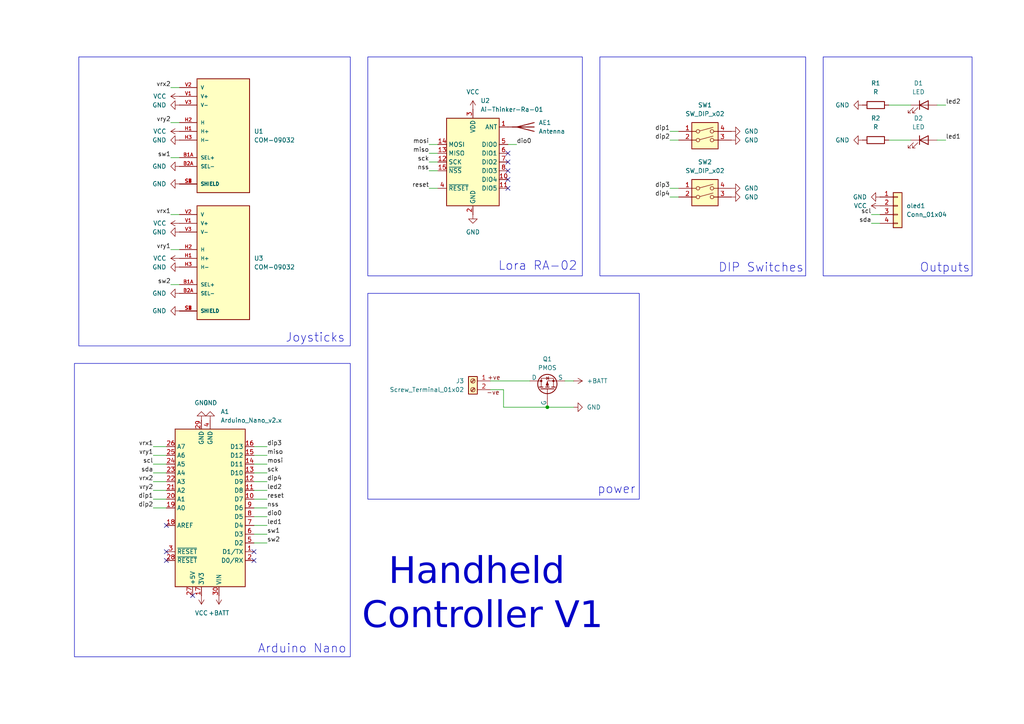
<source format=kicad_sch>
(kicad_sch
	(version 20231120)
	(generator "eeschema")
	(generator_version "8.0")
	(uuid "cdc08d8e-869e-4399-96b2-81a421b1a95f")
	(paper "A4")
	(lib_symbols
		(symbol "COM-09032:COM-09032"
			(pin_names
				(offset 1.016)
			)
			(exclude_from_sim no)
			(in_bom yes)
			(on_board yes)
			(property "Reference" "U"
				(at -7.62 16.002 0)
				(effects
					(font
						(size 1.27 1.27)
					)
					(justify left bottom)
				)
			)
			(property "Value" "COM-09032"
				(at -7.62 -20.32 0)
				(effects
					(font
						(size 1.27 1.27)
					)
					(justify left bottom)
				)
			)
			(property "Footprint" "COM-09032:XDCR_COM-09032"
				(at 0 0 0)
				(effects
					(font
						(size 1.27 1.27)
					)
					(justify bottom)
					(hide yes)
				)
			)
			(property "Datasheet" ""
				(at 0 0 0)
				(effects
					(font
						(size 1.27 1.27)
					)
					(hide yes)
				)
			)
			(property "Description" ""
				(at 0 0 0)
				(effects
					(font
						(size 1.27 1.27)
					)
					(hide yes)
				)
			)
			(property "MF" "SparkFun Electronics"
				(at 0 0 0)
				(effects
					(font
						(size 1.27 1.27)
					)
					(justify bottom)
					(hide yes)
				)
			)
			(property "MAXIMUM_PACKAGE_HEIGHT" "30.1mm"
				(at 0 0 0)
				(effects
					(font
						(size 1.27 1.27)
					)
					(justify bottom)
					(hide yes)
				)
			)
			(property "Package" "Package"
				(at 0 0 0)
				(effects
					(font
						(size 1.27 1.27)
					)
					(justify bottom)
					(hide yes)
				)
			)
			(property "Price" "None"
				(at 0 0 0)
				(effects
					(font
						(size 1.27 1.27)
					)
					(justify bottom)
					(hide yes)
				)
			)
			(property "Check_prices" "https://www.snapeda.com/parts/COM-09032/SparkFun/view-part/?ref=eda"
				(at 0 0 0)
				(effects
					(font
						(size 1.27 1.27)
					)
					(justify bottom)
					(hide yes)
				)
			)
			(property "STANDARD" "Manufacturer Recommendations"
				(at 0 0 0)
				(effects
					(font
						(size 1.27 1.27)
					)
					(justify bottom)
					(hide yes)
				)
			)
			(property "PARTREV" "N/A"
				(at 0 0 0)
				(effects
					(font
						(size 1.27 1.27)
					)
					(justify bottom)
					(hide yes)
				)
			)
			(property "SnapEDA_Link" "https://www.snapeda.com/parts/COM-09032/SparkFun/view-part/?ref=snap"
				(at 0 0 0)
				(effects
					(font
						(size 1.27 1.27)
					)
					(justify bottom)
					(hide yes)
				)
			)
			(property "MP" "COM-09032"
				(at 0 0 0)
				(effects
					(font
						(size 1.27 1.27)
					)
					(justify bottom)
					(hide yes)
				)
			)
			(property "Description_1" "\n                        \n                            Joystick, 2 - Axis Analog (Resistive) Output\n                        \n"
				(at 0 0 0)
				(effects
					(font
						(size 1.27 1.27)
					)
					(justify bottom)
					(hide yes)
				)
			)
			(property "Availability" "In Stock"
				(at 0 0 0)
				(effects
					(font
						(size 1.27 1.27)
					)
					(justify bottom)
					(hide yes)
				)
			)
			(property "MANUFACTURER" "SparkFun Electronics"
				(at 0 0 0)
				(effects
					(font
						(size 1.27 1.27)
					)
					(justify bottom)
					(hide yes)
				)
			)
			(symbol "COM-09032_0_0"
				(rectangle
					(start -7.62 -17.78)
					(end 7.62 15.24)
					(stroke
						(width 0.254)
						(type default)
					)
					(fill
						(type background)
					)
				)
				(pin passive line
					(at -12.7 -7.62 0)
					(length 5.08)
					(name "SEL+"
						(effects
							(font
								(size 1.016 1.016)
							)
						)
					)
					(number "B1A"
						(effects
							(font
								(size 1.016 1.016)
							)
						)
					)
				)
				(pin passive line
					(at -12.7 -10.16 0)
					(length 5.08)
					(name "SEL-"
						(effects
							(font
								(size 1.016 1.016)
							)
						)
					)
					(number "B2A"
						(effects
							(font
								(size 1.016 1.016)
							)
						)
					)
				)
				(pin passive line
					(at -12.7 0 0)
					(length 5.08)
					(name "H+"
						(effects
							(font
								(size 1.016 1.016)
							)
						)
					)
					(number "H1"
						(effects
							(font
								(size 1.016 1.016)
							)
						)
					)
				)
				(pin passive line
					(at -12.7 2.54 0)
					(length 5.08)
					(name "H"
						(effects
							(font
								(size 1.016 1.016)
							)
						)
					)
					(number "H2"
						(effects
							(font
								(size 1.016 1.016)
							)
						)
					)
				)
				(pin passive line
					(at -12.7 -2.54 0)
					(length 5.08)
					(name "H-"
						(effects
							(font
								(size 1.016 1.016)
							)
						)
					)
					(number "H3"
						(effects
							(font
								(size 1.016 1.016)
							)
						)
					)
				)
				(pin passive line
					(at -12.7 -15.24 0)
					(length 5.08)
					(name "SHIELD"
						(effects
							(font
								(size 1.016 1.016)
							)
						)
					)
					(number "S1"
						(effects
							(font
								(size 1.016 1.016)
							)
						)
					)
				)
				(pin passive line
					(at -12.7 -15.24 0)
					(length 5.08)
					(name "SHIELD"
						(effects
							(font
								(size 1.016 1.016)
							)
						)
					)
					(number "S2"
						(effects
							(font
								(size 1.016 1.016)
							)
						)
					)
				)
				(pin passive line
					(at -12.7 -15.24 0)
					(length 5.08)
					(name "SHIELD"
						(effects
							(font
								(size 1.016 1.016)
							)
						)
					)
					(number "S3"
						(effects
							(font
								(size 1.016 1.016)
							)
						)
					)
				)
				(pin passive line
					(at -12.7 -15.24 0)
					(length 5.08)
					(name "SHIELD"
						(effects
							(font
								(size 1.016 1.016)
							)
						)
					)
					(number "S4"
						(effects
							(font
								(size 1.016 1.016)
							)
						)
					)
				)
				(pin passive line
					(at -12.7 10.16 0)
					(length 5.08)
					(name "V+"
						(effects
							(font
								(size 1.016 1.016)
							)
						)
					)
					(number "V1"
						(effects
							(font
								(size 1.016 1.016)
							)
						)
					)
				)
				(pin passive line
					(at -12.7 12.7 0)
					(length 5.08)
					(name "V"
						(effects
							(font
								(size 1.016 1.016)
							)
						)
					)
					(number "V2"
						(effects
							(font
								(size 1.016 1.016)
							)
						)
					)
				)
				(pin passive line
					(at -12.7 7.62 0)
					(length 5.08)
					(name "V-"
						(effects
							(font
								(size 1.016 1.016)
							)
						)
					)
					(number "V3"
						(effects
							(font
								(size 1.016 1.016)
							)
						)
					)
				)
			)
		)
		(symbol "Connector:Screw_Terminal_01x02"
			(pin_names
				(offset 1.016) hide)
			(exclude_from_sim no)
			(in_bom yes)
			(on_board yes)
			(property "Reference" "J"
				(at 0 2.54 0)
				(effects
					(font
						(size 1.27 1.27)
					)
				)
			)
			(property "Value" "Screw_Terminal_01x02"
				(at 0 -5.08 0)
				(effects
					(font
						(size 1.27 1.27)
					)
				)
			)
			(property "Footprint" ""
				(at 0 0 0)
				(effects
					(font
						(size 1.27 1.27)
					)
					(hide yes)
				)
			)
			(property "Datasheet" "~"
				(at 0 0 0)
				(effects
					(font
						(size 1.27 1.27)
					)
					(hide yes)
				)
			)
			(property "Description" "Generic screw terminal, single row, 01x02, script generated (kicad-library-utils/schlib/autogen/connector/)"
				(at 0 0 0)
				(effects
					(font
						(size 1.27 1.27)
					)
					(hide yes)
				)
			)
			(property "ki_keywords" "screw terminal"
				(at 0 0 0)
				(effects
					(font
						(size 1.27 1.27)
					)
					(hide yes)
				)
			)
			(property "ki_fp_filters" "TerminalBlock*:*"
				(at 0 0 0)
				(effects
					(font
						(size 1.27 1.27)
					)
					(hide yes)
				)
			)
			(symbol "Screw_Terminal_01x02_1_1"
				(rectangle
					(start -1.27 1.27)
					(end 1.27 -3.81)
					(stroke
						(width 0.254)
						(type default)
					)
					(fill
						(type background)
					)
				)
				(circle
					(center 0 -2.54)
					(radius 0.635)
					(stroke
						(width 0.1524)
						(type default)
					)
					(fill
						(type none)
					)
				)
				(polyline
					(pts
						(xy -0.5334 -2.2098) (xy 0.3302 -3.048)
					)
					(stroke
						(width 0.1524)
						(type default)
					)
					(fill
						(type none)
					)
				)
				(polyline
					(pts
						(xy -0.5334 0.3302) (xy 0.3302 -0.508)
					)
					(stroke
						(width 0.1524)
						(type default)
					)
					(fill
						(type none)
					)
				)
				(polyline
					(pts
						(xy -0.3556 -2.032) (xy 0.508 -2.8702)
					)
					(stroke
						(width 0.1524)
						(type default)
					)
					(fill
						(type none)
					)
				)
				(polyline
					(pts
						(xy -0.3556 0.508) (xy 0.508 -0.3302)
					)
					(stroke
						(width 0.1524)
						(type default)
					)
					(fill
						(type none)
					)
				)
				(circle
					(center 0 0)
					(radius 0.635)
					(stroke
						(width 0.1524)
						(type default)
					)
					(fill
						(type none)
					)
				)
				(pin passive line
					(at -5.08 0 0)
					(length 3.81)
					(name "Pin_1"
						(effects
							(font
								(size 1.27 1.27)
							)
						)
					)
					(number "1"
						(effects
							(font
								(size 1.27 1.27)
							)
						)
					)
				)
				(pin passive line
					(at -5.08 -2.54 0)
					(length 3.81)
					(name "Pin_2"
						(effects
							(font
								(size 1.27 1.27)
							)
						)
					)
					(number "2"
						(effects
							(font
								(size 1.27 1.27)
							)
						)
					)
				)
			)
		)
		(symbol "Connector_Generic:Conn_01x04"
			(pin_names
				(offset 1.016) hide)
			(exclude_from_sim no)
			(in_bom yes)
			(on_board yes)
			(property "Reference" "J"
				(at 0 5.08 0)
				(effects
					(font
						(size 1.27 1.27)
					)
				)
			)
			(property "Value" "Conn_01x04"
				(at 0 -7.62 0)
				(effects
					(font
						(size 1.27 1.27)
					)
				)
			)
			(property "Footprint" ""
				(at 0 0 0)
				(effects
					(font
						(size 1.27 1.27)
					)
					(hide yes)
				)
			)
			(property "Datasheet" "~"
				(at 0 0 0)
				(effects
					(font
						(size 1.27 1.27)
					)
					(hide yes)
				)
			)
			(property "Description" "Generic connector, single row, 01x04, script generated (kicad-library-utils/schlib/autogen/connector/)"
				(at 0 0 0)
				(effects
					(font
						(size 1.27 1.27)
					)
					(hide yes)
				)
			)
			(property "ki_keywords" "connector"
				(at 0 0 0)
				(effects
					(font
						(size 1.27 1.27)
					)
					(hide yes)
				)
			)
			(property "ki_fp_filters" "Connector*:*_1x??_*"
				(at 0 0 0)
				(effects
					(font
						(size 1.27 1.27)
					)
					(hide yes)
				)
			)
			(symbol "Conn_01x04_1_1"
				(rectangle
					(start -1.27 -4.953)
					(end 0 -5.207)
					(stroke
						(width 0.1524)
						(type default)
					)
					(fill
						(type none)
					)
				)
				(rectangle
					(start -1.27 -2.413)
					(end 0 -2.667)
					(stroke
						(width 0.1524)
						(type default)
					)
					(fill
						(type none)
					)
				)
				(rectangle
					(start -1.27 0.127)
					(end 0 -0.127)
					(stroke
						(width 0.1524)
						(type default)
					)
					(fill
						(type none)
					)
				)
				(rectangle
					(start -1.27 2.667)
					(end 0 2.413)
					(stroke
						(width 0.1524)
						(type default)
					)
					(fill
						(type none)
					)
				)
				(rectangle
					(start -1.27 3.81)
					(end 1.27 -6.35)
					(stroke
						(width 0.254)
						(type default)
					)
					(fill
						(type background)
					)
				)
				(pin passive line
					(at -5.08 2.54 0)
					(length 3.81)
					(name "Pin_1"
						(effects
							(font
								(size 1.27 1.27)
							)
						)
					)
					(number "1"
						(effects
							(font
								(size 1.27 1.27)
							)
						)
					)
				)
				(pin passive line
					(at -5.08 0 0)
					(length 3.81)
					(name "Pin_2"
						(effects
							(font
								(size 1.27 1.27)
							)
						)
					)
					(number "2"
						(effects
							(font
								(size 1.27 1.27)
							)
						)
					)
				)
				(pin passive line
					(at -5.08 -2.54 0)
					(length 3.81)
					(name "Pin_3"
						(effects
							(font
								(size 1.27 1.27)
							)
						)
					)
					(number "3"
						(effects
							(font
								(size 1.27 1.27)
							)
						)
					)
				)
				(pin passive line
					(at -5.08 -5.08 0)
					(length 3.81)
					(name "Pin_4"
						(effects
							(font
								(size 1.27 1.27)
							)
						)
					)
					(number "4"
						(effects
							(font
								(size 1.27 1.27)
							)
						)
					)
				)
			)
		)
		(symbol "Device:Antenna"
			(pin_numbers hide)
			(pin_names
				(offset 1.016) hide)
			(exclude_from_sim no)
			(in_bom yes)
			(on_board yes)
			(property "Reference" "AE"
				(at -1.905 1.905 0)
				(effects
					(font
						(size 1.27 1.27)
					)
					(justify right)
				)
			)
			(property "Value" "Antenna"
				(at -1.905 0 0)
				(effects
					(font
						(size 1.27 1.27)
					)
					(justify right)
				)
			)
			(property "Footprint" ""
				(at 0 0 0)
				(effects
					(font
						(size 1.27 1.27)
					)
					(hide yes)
				)
			)
			(property "Datasheet" "~"
				(at 0 0 0)
				(effects
					(font
						(size 1.27 1.27)
					)
					(hide yes)
				)
			)
			(property "Description" "Antenna"
				(at 0 0 0)
				(effects
					(font
						(size 1.27 1.27)
					)
					(hide yes)
				)
			)
			(property "ki_keywords" "antenna"
				(at 0 0 0)
				(effects
					(font
						(size 1.27 1.27)
					)
					(hide yes)
				)
			)
			(symbol "Antenna_0_1"
				(polyline
					(pts
						(xy 0 2.54) (xy 0 -3.81)
					)
					(stroke
						(width 0.254)
						(type default)
					)
					(fill
						(type none)
					)
				)
				(polyline
					(pts
						(xy 1.27 2.54) (xy 0 -2.54) (xy -1.27 2.54)
					)
					(stroke
						(width 0.254)
						(type default)
					)
					(fill
						(type none)
					)
				)
			)
			(symbol "Antenna_1_1"
				(pin input line
					(at 0 -5.08 90)
					(length 2.54)
					(name "A"
						(effects
							(font
								(size 1.27 1.27)
							)
						)
					)
					(number "1"
						(effects
							(font
								(size 1.27 1.27)
							)
						)
					)
				)
			)
		)
		(symbol "Device:LED"
			(pin_numbers hide)
			(pin_names
				(offset 1.016) hide)
			(exclude_from_sim no)
			(in_bom yes)
			(on_board yes)
			(property "Reference" "D"
				(at 0 2.54 0)
				(effects
					(font
						(size 1.27 1.27)
					)
				)
			)
			(property "Value" "LED"
				(at 0 -2.54 0)
				(effects
					(font
						(size 1.27 1.27)
					)
				)
			)
			(property "Footprint" ""
				(at 0 0 0)
				(effects
					(font
						(size 1.27 1.27)
					)
					(hide yes)
				)
			)
			(property "Datasheet" "~"
				(at 0 0 0)
				(effects
					(font
						(size 1.27 1.27)
					)
					(hide yes)
				)
			)
			(property "Description" "Light emitting diode"
				(at 0 0 0)
				(effects
					(font
						(size 1.27 1.27)
					)
					(hide yes)
				)
			)
			(property "ki_keywords" "LED diode"
				(at 0 0 0)
				(effects
					(font
						(size 1.27 1.27)
					)
					(hide yes)
				)
			)
			(property "ki_fp_filters" "LED* LED_SMD:* LED_THT:*"
				(at 0 0 0)
				(effects
					(font
						(size 1.27 1.27)
					)
					(hide yes)
				)
			)
			(symbol "LED_0_1"
				(polyline
					(pts
						(xy -1.27 -1.27) (xy -1.27 1.27)
					)
					(stroke
						(width 0.254)
						(type default)
					)
					(fill
						(type none)
					)
				)
				(polyline
					(pts
						(xy -1.27 0) (xy 1.27 0)
					)
					(stroke
						(width 0)
						(type default)
					)
					(fill
						(type none)
					)
				)
				(polyline
					(pts
						(xy 1.27 -1.27) (xy 1.27 1.27) (xy -1.27 0) (xy 1.27 -1.27)
					)
					(stroke
						(width 0.254)
						(type default)
					)
					(fill
						(type none)
					)
				)
				(polyline
					(pts
						(xy -3.048 -0.762) (xy -4.572 -2.286) (xy -3.81 -2.286) (xy -4.572 -2.286) (xy -4.572 -1.524)
					)
					(stroke
						(width 0)
						(type default)
					)
					(fill
						(type none)
					)
				)
				(polyline
					(pts
						(xy -1.778 -0.762) (xy -3.302 -2.286) (xy -2.54 -2.286) (xy -3.302 -2.286) (xy -3.302 -1.524)
					)
					(stroke
						(width 0)
						(type default)
					)
					(fill
						(type none)
					)
				)
			)
			(symbol "LED_1_1"
				(pin passive line
					(at -3.81 0 0)
					(length 2.54)
					(name "K"
						(effects
							(font
								(size 1.27 1.27)
							)
						)
					)
					(number "1"
						(effects
							(font
								(size 1.27 1.27)
							)
						)
					)
				)
				(pin passive line
					(at 3.81 0 180)
					(length 2.54)
					(name "A"
						(effects
							(font
								(size 1.27 1.27)
							)
						)
					)
					(number "2"
						(effects
							(font
								(size 1.27 1.27)
							)
						)
					)
				)
			)
		)
		(symbol "Device:R"
			(pin_numbers hide)
			(pin_names
				(offset 0)
			)
			(exclude_from_sim no)
			(in_bom yes)
			(on_board yes)
			(property "Reference" "R"
				(at 2.032 0 90)
				(effects
					(font
						(size 1.27 1.27)
					)
				)
			)
			(property "Value" "R"
				(at 0 0 90)
				(effects
					(font
						(size 1.27 1.27)
					)
				)
			)
			(property "Footprint" ""
				(at -1.778 0 90)
				(effects
					(font
						(size 1.27 1.27)
					)
					(hide yes)
				)
			)
			(property "Datasheet" "~"
				(at 0 0 0)
				(effects
					(font
						(size 1.27 1.27)
					)
					(hide yes)
				)
			)
			(property "Description" "Resistor"
				(at 0 0 0)
				(effects
					(font
						(size 1.27 1.27)
					)
					(hide yes)
				)
			)
			(property "ki_keywords" "R res resistor"
				(at 0 0 0)
				(effects
					(font
						(size 1.27 1.27)
					)
					(hide yes)
				)
			)
			(property "ki_fp_filters" "R_*"
				(at 0 0 0)
				(effects
					(font
						(size 1.27 1.27)
					)
					(hide yes)
				)
			)
			(symbol "R_0_1"
				(rectangle
					(start -1.016 -2.54)
					(end 1.016 2.54)
					(stroke
						(width 0.254)
						(type default)
					)
					(fill
						(type none)
					)
				)
			)
			(symbol "R_1_1"
				(pin passive line
					(at 0 3.81 270)
					(length 1.27)
					(name "~"
						(effects
							(font
								(size 1.27 1.27)
							)
						)
					)
					(number "1"
						(effects
							(font
								(size 1.27 1.27)
							)
						)
					)
				)
				(pin passive line
					(at 0 -3.81 90)
					(length 1.27)
					(name "~"
						(effects
							(font
								(size 1.27 1.27)
							)
						)
					)
					(number "2"
						(effects
							(font
								(size 1.27 1.27)
							)
						)
					)
				)
			)
		)
		(symbol "MCU_Module:Arduino_Nano_v2.x"
			(exclude_from_sim no)
			(in_bom yes)
			(on_board yes)
			(property "Reference" "A"
				(at -10.16 23.495 0)
				(effects
					(font
						(size 1.27 1.27)
					)
					(justify left bottom)
				)
			)
			(property "Value" "Arduino_Nano_v2.x"
				(at 5.08 -24.13 0)
				(effects
					(font
						(size 1.27 1.27)
					)
					(justify left top)
				)
			)
			(property "Footprint" "Module:Arduino_Nano"
				(at 0 0 0)
				(effects
					(font
						(size 1.27 1.27)
						(italic yes)
					)
					(hide yes)
				)
			)
			(property "Datasheet" "https://www.arduino.cc/en/uploads/Main/ArduinoNanoManual23.pdf"
				(at 0 0 0)
				(effects
					(font
						(size 1.27 1.27)
					)
					(hide yes)
				)
			)
			(property "Description" "Arduino Nano v2.x"
				(at 0 0 0)
				(effects
					(font
						(size 1.27 1.27)
					)
					(hide yes)
				)
			)
			(property "ki_keywords" "Arduino nano microcontroller module USB"
				(at 0 0 0)
				(effects
					(font
						(size 1.27 1.27)
					)
					(hide yes)
				)
			)
			(property "ki_fp_filters" "Arduino*Nano*"
				(at 0 0 0)
				(effects
					(font
						(size 1.27 1.27)
					)
					(hide yes)
				)
			)
			(symbol "Arduino_Nano_v2.x_0_1"
				(rectangle
					(start -10.16 22.86)
					(end 10.16 -22.86)
					(stroke
						(width 0.254)
						(type default)
					)
					(fill
						(type background)
					)
				)
			)
			(symbol "Arduino_Nano_v2.x_1_1"
				(pin bidirectional line
					(at -12.7 12.7 0)
					(length 2.54)
					(name "D1/TX"
						(effects
							(font
								(size 1.27 1.27)
							)
						)
					)
					(number "1"
						(effects
							(font
								(size 1.27 1.27)
							)
						)
					)
				)
				(pin bidirectional line
					(at -12.7 -2.54 0)
					(length 2.54)
					(name "D7"
						(effects
							(font
								(size 1.27 1.27)
							)
						)
					)
					(number "10"
						(effects
							(font
								(size 1.27 1.27)
							)
						)
					)
				)
				(pin bidirectional line
					(at -12.7 -5.08 0)
					(length 2.54)
					(name "D8"
						(effects
							(font
								(size 1.27 1.27)
							)
						)
					)
					(number "11"
						(effects
							(font
								(size 1.27 1.27)
							)
						)
					)
				)
				(pin bidirectional line
					(at -12.7 -7.62 0)
					(length 2.54)
					(name "D9"
						(effects
							(font
								(size 1.27 1.27)
							)
						)
					)
					(number "12"
						(effects
							(font
								(size 1.27 1.27)
							)
						)
					)
				)
				(pin bidirectional line
					(at -12.7 -10.16 0)
					(length 2.54)
					(name "D10"
						(effects
							(font
								(size 1.27 1.27)
							)
						)
					)
					(number "13"
						(effects
							(font
								(size 1.27 1.27)
							)
						)
					)
				)
				(pin bidirectional line
					(at -12.7 -12.7 0)
					(length 2.54)
					(name "D11"
						(effects
							(font
								(size 1.27 1.27)
							)
						)
					)
					(number "14"
						(effects
							(font
								(size 1.27 1.27)
							)
						)
					)
				)
				(pin bidirectional line
					(at -12.7 -15.24 0)
					(length 2.54)
					(name "D12"
						(effects
							(font
								(size 1.27 1.27)
							)
						)
					)
					(number "15"
						(effects
							(font
								(size 1.27 1.27)
							)
						)
					)
				)
				(pin bidirectional line
					(at -12.7 -17.78 0)
					(length 2.54)
					(name "D13"
						(effects
							(font
								(size 1.27 1.27)
							)
						)
					)
					(number "16"
						(effects
							(font
								(size 1.27 1.27)
							)
						)
					)
				)
				(pin power_out line
					(at 2.54 25.4 270)
					(length 2.54)
					(name "3V3"
						(effects
							(font
								(size 1.27 1.27)
							)
						)
					)
					(number "17"
						(effects
							(font
								(size 1.27 1.27)
							)
						)
					)
				)
				(pin input line
					(at 12.7 5.08 180)
					(length 2.54)
					(name "AREF"
						(effects
							(font
								(size 1.27 1.27)
							)
						)
					)
					(number "18"
						(effects
							(font
								(size 1.27 1.27)
							)
						)
					)
				)
				(pin bidirectional line
					(at 12.7 0 180)
					(length 2.54)
					(name "A0"
						(effects
							(font
								(size 1.27 1.27)
							)
						)
					)
					(number "19"
						(effects
							(font
								(size 1.27 1.27)
							)
						)
					)
				)
				(pin bidirectional line
					(at -12.7 15.24 0)
					(length 2.54)
					(name "D0/RX"
						(effects
							(font
								(size 1.27 1.27)
							)
						)
					)
					(number "2"
						(effects
							(font
								(size 1.27 1.27)
							)
						)
					)
				)
				(pin bidirectional line
					(at 12.7 -2.54 180)
					(length 2.54)
					(name "A1"
						(effects
							(font
								(size 1.27 1.27)
							)
						)
					)
					(number "20"
						(effects
							(font
								(size 1.27 1.27)
							)
						)
					)
				)
				(pin bidirectional line
					(at 12.7 -5.08 180)
					(length 2.54)
					(name "A2"
						(effects
							(font
								(size 1.27 1.27)
							)
						)
					)
					(number "21"
						(effects
							(font
								(size 1.27 1.27)
							)
						)
					)
				)
				(pin bidirectional line
					(at 12.7 -7.62 180)
					(length 2.54)
					(name "A3"
						(effects
							(font
								(size 1.27 1.27)
							)
						)
					)
					(number "22"
						(effects
							(font
								(size 1.27 1.27)
							)
						)
					)
				)
				(pin bidirectional line
					(at 12.7 -10.16 180)
					(length 2.54)
					(name "A4"
						(effects
							(font
								(size 1.27 1.27)
							)
						)
					)
					(number "23"
						(effects
							(font
								(size 1.27 1.27)
							)
						)
					)
				)
				(pin bidirectional line
					(at 12.7 -12.7 180)
					(length 2.54)
					(name "A5"
						(effects
							(font
								(size 1.27 1.27)
							)
						)
					)
					(number "24"
						(effects
							(font
								(size 1.27 1.27)
							)
						)
					)
				)
				(pin bidirectional line
					(at 12.7 -15.24 180)
					(length 2.54)
					(name "A6"
						(effects
							(font
								(size 1.27 1.27)
							)
						)
					)
					(number "25"
						(effects
							(font
								(size 1.27 1.27)
							)
						)
					)
				)
				(pin bidirectional line
					(at 12.7 -17.78 180)
					(length 2.54)
					(name "A7"
						(effects
							(font
								(size 1.27 1.27)
							)
						)
					)
					(number "26"
						(effects
							(font
								(size 1.27 1.27)
							)
						)
					)
				)
				(pin power_out line
					(at 5.08 25.4 270)
					(length 2.54)
					(name "+5V"
						(effects
							(font
								(size 1.27 1.27)
							)
						)
					)
					(number "27"
						(effects
							(font
								(size 1.27 1.27)
							)
						)
					)
				)
				(pin input line
					(at 12.7 15.24 180)
					(length 2.54)
					(name "~{RESET}"
						(effects
							(font
								(size 1.27 1.27)
							)
						)
					)
					(number "28"
						(effects
							(font
								(size 1.27 1.27)
							)
						)
					)
				)
				(pin power_in line
					(at 2.54 -25.4 90)
					(length 2.54)
					(name "GND"
						(effects
							(font
								(size 1.27 1.27)
							)
						)
					)
					(number "29"
						(effects
							(font
								(size 1.27 1.27)
							)
						)
					)
				)
				(pin input line
					(at 12.7 12.7 180)
					(length 2.54)
					(name "~{RESET}"
						(effects
							(font
								(size 1.27 1.27)
							)
						)
					)
					(number "3"
						(effects
							(font
								(size 1.27 1.27)
							)
						)
					)
				)
				(pin power_in line
					(at -2.54 25.4 270)
					(length 2.54)
					(name "VIN"
						(effects
							(font
								(size 1.27 1.27)
							)
						)
					)
					(number "30"
						(effects
							(font
								(size 1.27 1.27)
							)
						)
					)
				)
				(pin power_in line
					(at 0 -25.4 90)
					(length 2.54)
					(name "GND"
						(effects
							(font
								(size 1.27 1.27)
							)
						)
					)
					(number "4"
						(effects
							(font
								(size 1.27 1.27)
							)
						)
					)
				)
				(pin bidirectional line
					(at -12.7 10.16 0)
					(length 2.54)
					(name "D2"
						(effects
							(font
								(size 1.27 1.27)
							)
						)
					)
					(number "5"
						(effects
							(font
								(size 1.27 1.27)
							)
						)
					)
				)
				(pin bidirectional line
					(at -12.7 7.62 0)
					(length 2.54)
					(name "D3"
						(effects
							(font
								(size 1.27 1.27)
							)
						)
					)
					(number "6"
						(effects
							(font
								(size 1.27 1.27)
							)
						)
					)
				)
				(pin bidirectional line
					(at -12.7 5.08 0)
					(length 2.54)
					(name "D4"
						(effects
							(font
								(size 1.27 1.27)
							)
						)
					)
					(number "7"
						(effects
							(font
								(size 1.27 1.27)
							)
						)
					)
				)
				(pin bidirectional line
					(at -12.7 2.54 0)
					(length 2.54)
					(name "D5"
						(effects
							(font
								(size 1.27 1.27)
							)
						)
					)
					(number "8"
						(effects
							(font
								(size 1.27 1.27)
							)
						)
					)
				)
				(pin bidirectional line
					(at -12.7 0 0)
					(length 2.54)
					(name "D6"
						(effects
							(font
								(size 1.27 1.27)
							)
						)
					)
					(number "9"
						(effects
							(font
								(size 1.27 1.27)
							)
						)
					)
				)
			)
		)
		(symbol "RF_Module:Ai-Thinker-Ra-01"
			(exclude_from_sim no)
			(in_bom yes)
			(on_board yes)
			(property "Reference" "U"
				(at 2.54 17.78 0)
				(effects
					(font
						(size 1.27 1.27)
					)
				)
			)
			(property "Value" "Ai-Thinker-Ra-01"
				(at 13.97 -15.24 0)
				(effects
					(font
						(size 1.27 1.27)
					)
				)
			)
			(property "Footprint" "RF_Module:Ai-Thinker-Ra-01-LoRa"
				(at 25.4 -10.16 0)
				(effects
					(font
						(size 1.27 1.27)
					)
					(hide yes)
				)
			)
			(property "Datasheet" "http://wiki.ai-thinker.com/_media/lora/docs/c047ps01a1_ra-01_product_specification_v1.1.pdf"
				(at 2.54 17.78 0)
				(effects
					(font
						(size 1.27 1.27)
					)
					(hide yes)
				)
			)
			(property "Description" "Ai-Thinker Ra-01 410-525 MHz LoRa Module, SPI interface, external antenna"
				(at 0 0 0)
				(effects
					(font
						(size 1.27 1.27)
					)
					(hide yes)
				)
			)
			(property "ki_keywords" "Ra-01 LoRa"
				(at 0 0 0)
				(effects
					(font
						(size 1.27 1.27)
					)
					(hide yes)
				)
			)
			(property "ki_fp_filters" "Ai?Thinker?Ra?01*"
				(at 0 0 0)
				(effects
					(font
						(size 1.27 1.27)
					)
					(hide yes)
				)
			)
			(symbol "Ai-Thinker-Ra-01_0_1"
				(rectangle
					(start -7.62 12.7)
					(end 7.62 -12.7)
					(stroke
						(width 0.254)
						(type default)
					)
					(fill
						(type background)
					)
				)
			)
			(symbol "Ai-Thinker-Ra-01_1_1"
				(pin passive line
					(at 10.16 10.16 180)
					(length 2.54)
					(name "ANT"
						(effects
							(font
								(size 1.27 1.27)
							)
						)
					)
					(number "1"
						(effects
							(font
								(size 1.27 1.27)
							)
						)
					)
				)
				(pin bidirectional line
					(at 10.16 -5.08 180)
					(length 2.54)
					(name "DIO4"
						(effects
							(font
								(size 1.27 1.27)
							)
						)
					)
					(number "10"
						(effects
							(font
								(size 1.27 1.27)
							)
						)
					)
				)
				(pin bidirectional line
					(at 10.16 -7.62 180)
					(length 2.54)
					(name "DIO5"
						(effects
							(font
								(size 1.27 1.27)
							)
						)
					)
					(number "11"
						(effects
							(font
								(size 1.27 1.27)
							)
						)
					)
				)
				(pin input line
					(at -10.16 0 0)
					(length 2.54)
					(name "SCK"
						(effects
							(font
								(size 1.27 1.27)
							)
						)
					)
					(number "12"
						(effects
							(font
								(size 1.27 1.27)
							)
						)
					)
				)
				(pin output line
					(at -10.16 2.54 0)
					(length 2.54)
					(name "MISO"
						(effects
							(font
								(size 1.27 1.27)
							)
						)
					)
					(number "13"
						(effects
							(font
								(size 1.27 1.27)
							)
						)
					)
				)
				(pin input line
					(at -10.16 5.08 0)
					(length 2.54)
					(name "MOSI"
						(effects
							(font
								(size 1.27 1.27)
							)
						)
					)
					(number "14"
						(effects
							(font
								(size 1.27 1.27)
							)
						)
					)
				)
				(pin input line
					(at -10.16 -2.54 0)
					(length 2.54)
					(name "~{NSS}"
						(effects
							(font
								(size 1.27 1.27)
							)
						)
					)
					(number "15"
						(effects
							(font
								(size 1.27 1.27)
							)
						)
					)
				)
				(pin passive line
					(at 0 -15.24 90)
					(length 2.54) hide
					(name "GND"
						(effects
							(font
								(size 1.27 1.27)
							)
						)
					)
					(number "16"
						(effects
							(font
								(size 1.27 1.27)
							)
						)
					)
				)
				(pin power_in line
					(at 0 -15.24 90)
					(length 2.54)
					(name "GND"
						(effects
							(font
								(size 1.27 1.27)
							)
						)
					)
					(number "2"
						(effects
							(font
								(size 1.27 1.27)
							)
						)
					)
				)
				(pin power_in line
					(at 0 15.24 270)
					(length 2.54)
					(name "VDD"
						(effects
							(font
								(size 1.27 1.27)
							)
						)
					)
					(number "3"
						(effects
							(font
								(size 1.27 1.27)
							)
						)
					)
				)
				(pin input line
					(at -10.16 -7.62 0)
					(length 2.54)
					(name "~{RESET}"
						(effects
							(font
								(size 1.27 1.27)
							)
						)
					)
					(number "4"
						(effects
							(font
								(size 1.27 1.27)
							)
						)
					)
				)
				(pin bidirectional line
					(at 10.16 5.08 180)
					(length 2.54)
					(name "DIO0"
						(effects
							(font
								(size 1.27 1.27)
							)
						)
					)
					(number "5"
						(effects
							(font
								(size 1.27 1.27)
							)
						)
					)
				)
				(pin bidirectional line
					(at 10.16 2.54 180)
					(length 2.54)
					(name "DIO1"
						(effects
							(font
								(size 1.27 1.27)
							)
						)
					)
					(number "6"
						(effects
							(font
								(size 1.27 1.27)
							)
						)
					)
				)
				(pin bidirectional line
					(at 10.16 0 180)
					(length 2.54)
					(name "DIO2"
						(effects
							(font
								(size 1.27 1.27)
							)
						)
					)
					(number "7"
						(effects
							(font
								(size 1.27 1.27)
							)
						)
					)
				)
				(pin bidirectional line
					(at 10.16 -2.54 180)
					(length 2.54)
					(name "DIO3"
						(effects
							(font
								(size 1.27 1.27)
							)
						)
					)
					(number "8"
						(effects
							(font
								(size 1.27 1.27)
							)
						)
					)
				)
				(pin passive line
					(at 0 -15.24 90)
					(length 2.54) hide
					(name "GND"
						(effects
							(font
								(size 1.27 1.27)
							)
						)
					)
					(number "9"
						(effects
							(font
								(size 1.27 1.27)
							)
						)
					)
				)
			)
		)
		(symbol "Simulation_SPICE:PMOS"
			(pin_numbers hide)
			(pin_names
				(offset 0)
			)
			(exclude_from_sim no)
			(in_bom yes)
			(on_board yes)
			(property "Reference" "Q"
				(at 5.08 1.27 0)
				(effects
					(font
						(size 1.27 1.27)
					)
					(justify left)
				)
			)
			(property "Value" "PMOS"
				(at 5.08 -1.27 0)
				(effects
					(font
						(size 1.27 1.27)
					)
					(justify left)
				)
			)
			(property "Footprint" ""
				(at 5.08 2.54 0)
				(effects
					(font
						(size 1.27 1.27)
					)
					(hide yes)
				)
			)
			(property "Datasheet" "https://ngspice.sourceforge.io/docs/ngspice-html-manual/manual.xhtml#cha_MOSFETs"
				(at 0 -12.7 0)
				(effects
					(font
						(size 1.27 1.27)
					)
					(hide yes)
				)
			)
			(property "Description" "P-MOSFET transistor, drain/source/gate"
				(at 0 0 0)
				(effects
					(font
						(size 1.27 1.27)
					)
					(hide yes)
				)
			)
			(property "Sim.Device" "PMOS"
				(at 0 -17.145 0)
				(effects
					(font
						(size 1.27 1.27)
					)
					(hide yes)
				)
			)
			(property "Sim.Type" "VDMOS"
				(at 0 -19.05 0)
				(effects
					(font
						(size 1.27 1.27)
					)
					(hide yes)
				)
			)
			(property "Sim.Pins" "1=D 2=G 3=S"
				(at 0 -15.24 0)
				(effects
					(font
						(size 1.27 1.27)
					)
					(hide yes)
				)
			)
			(property "ki_keywords" "transistor PMOS P-MOS P-MOSFET simulation"
				(at 0 0 0)
				(effects
					(font
						(size 1.27 1.27)
					)
					(hide yes)
				)
			)
			(symbol "PMOS_0_1"
				(polyline
					(pts
						(xy 0.254 0) (xy -2.54 0)
					)
					(stroke
						(width 0)
						(type default)
					)
					(fill
						(type none)
					)
				)
				(polyline
					(pts
						(xy 0.254 1.905) (xy 0.254 -1.905)
					)
					(stroke
						(width 0.254)
						(type default)
					)
					(fill
						(type none)
					)
				)
				(polyline
					(pts
						(xy 0.762 -1.27) (xy 0.762 -2.286)
					)
					(stroke
						(width 0.254)
						(type default)
					)
					(fill
						(type none)
					)
				)
				(polyline
					(pts
						(xy 0.762 0.508) (xy 0.762 -0.508)
					)
					(stroke
						(width 0.254)
						(type default)
					)
					(fill
						(type none)
					)
				)
				(polyline
					(pts
						(xy 0.762 2.286) (xy 0.762 1.27)
					)
					(stroke
						(width 0.254)
						(type default)
					)
					(fill
						(type none)
					)
				)
				(polyline
					(pts
						(xy 2.54 2.54) (xy 2.54 1.778)
					)
					(stroke
						(width 0)
						(type default)
					)
					(fill
						(type none)
					)
				)
				(polyline
					(pts
						(xy 2.54 -2.54) (xy 2.54 0) (xy 0.762 0)
					)
					(stroke
						(width 0)
						(type default)
					)
					(fill
						(type none)
					)
				)
				(polyline
					(pts
						(xy 0.762 1.778) (xy 3.302 1.778) (xy 3.302 -1.778) (xy 0.762 -1.778)
					)
					(stroke
						(width 0)
						(type default)
					)
					(fill
						(type none)
					)
				)
				(polyline
					(pts
						(xy 2.286 0) (xy 1.27 0.381) (xy 1.27 -0.381) (xy 2.286 0)
					)
					(stroke
						(width 0)
						(type default)
					)
					(fill
						(type outline)
					)
				)
				(polyline
					(pts
						(xy 2.794 -0.508) (xy 2.921 -0.381) (xy 3.683 -0.381) (xy 3.81 -0.254)
					)
					(stroke
						(width 0)
						(type default)
					)
					(fill
						(type none)
					)
				)
				(polyline
					(pts
						(xy 3.302 -0.381) (xy 2.921 0.254) (xy 3.683 0.254) (xy 3.302 -0.381)
					)
					(stroke
						(width 0)
						(type default)
					)
					(fill
						(type none)
					)
				)
				(circle
					(center 1.651 0)
					(radius 2.794)
					(stroke
						(width 0.254)
						(type default)
					)
					(fill
						(type none)
					)
				)
				(circle
					(center 2.54 -1.778)
					(radius 0.254)
					(stroke
						(width 0)
						(type default)
					)
					(fill
						(type outline)
					)
				)
				(circle
					(center 2.54 1.778)
					(radius 0.254)
					(stroke
						(width 0)
						(type default)
					)
					(fill
						(type outline)
					)
				)
			)
			(symbol "PMOS_1_1"
				(pin passive line
					(at 2.54 5.08 270)
					(length 2.54)
					(name "D"
						(effects
							(font
								(size 1.27 1.27)
							)
						)
					)
					(number "1"
						(effects
							(font
								(size 1.27 1.27)
							)
						)
					)
				)
				(pin input line
					(at -5.08 0 0)
					(length 2.54)
					(name "G"
						(effects
							(font
								(size 1.27 1.27)
							)
						)
					)
					(number "2"
						(effects
							(font
								(size 1.27 1.27)
							)
						)
					)
				)
				(pin passive line
					(at 2.54 -5.08 90)
					(length 2.54)
					(name "S"
						(effects
							(font
								(size 1.27 1.27)
							)
						)
					)
					(number "3"
						(effects
							(font
								(size 1.27 1.27)
							)
						)
					)
				)
			)
		)
		(symbol "Switch:SW_DIP_x02"
			(pin_names
				(offset 0) hide)
			(exclude_from_sim no)
			(in_bom yes)
			(on_board yes)
			(property "Reference" "SW"
				(at 0 6.35 0)
				(effects
					(font
						(size 1.27 1.27)
					)
				)
			)
			(property "Value" "SW_DIP_x02"
				(at 0 -3.81 0)
				(effects
					(font
						(size 1.27 1.27)
					)
				)
			)
			(property "Footprint" ""
				(at 0 0 0)
				(effects
					(font
						(size 1.27 1.27)
					)
					(hide yes)
				)
			)
			(property "Datasheet" "~"
				(at 0 0 0)
				(effects
					(font
						(size 1.27 1.27)
					)
					(hide yes)
				)
			)
			(property "Description" "2x DIP Switch, Single Pole Single Throw (SPST) switch, small symbol"
				(at 0 0 0)
				(effects
					(font
						(size 1.27 1.27)
					)
					(hide yes)
				)
			)
			(property "ki_keywords" "dip switch"
				(at 0 0 0)
				(effects
					(font
						(size 1.27 1.27)
					)
					(hide yes)
				)
			)
			(property "ki_fp_filters" "SW?DIP?x2*"
				(at 0 0 0)
				(effects
					(font
						(size 1.27 1.27)
					)
					(hide yes)
				)
			)
			(symbol "SW_DIP_x02_0_0"
				(circle
					(center -2.032 0)
					(radius 0.508)
					(stroke
						(width 0)
						(type default)
					)
					(fill
						(type none)
					)
				)
				(circle
					(center -2.032 2.54)
					(radius 0.508)
					(stroke
						(width 0)
						(type default)
					)
					(fill
						(type none)
					)
				)
				(polyline
					(pts
						(xy -1.524 0.127) (xy 2.3622 1.1684)
					)
					(stroke
						(width 0)
						(type default)
					)
					(fill
						(type none)
					)
				)
				(polyline
					(pts
						(xy -1.524 2.667) (xy 2.3622 3.7084)
					)
					(stroke
						(width 0)
						(type default)
					)
					(fill
						(type none)
					)
				)
				(circle
					(center 2.032 0)
					(radius 0.508)
					(stroke
						(width 0)
						(type default)
					)
					(fill
						(type none)
					)
				)
				(circle
					(center 2.032 2.54)
					(radius 0.508)
					(stroke
						(width 0)
						(type default)
					)
					(fill
						(type none)
					)
				)
			)
			(symbol "SW_DIP_x02_0_1"
				(rectangle
					(start -3.81 5.08)
					(end 3.81 -2.54)
					(stroke
						(width 0.254)
						(type default)
					)
					(fill
						(type background)
					)
				)
			)
			(symbol "SW_DIP_x02_1_1"
				(pin passive line
					(at -7.62 2.54 0)
					(length 5.08)
					(name "~"
						(effects
							(font
								(size 1.27 1.27)
							)
						)
					)
					(number "1"
						(effects
							(font
								(size 1.27 1.27)
							)
						)
					)
				)
				(pin passive line
					(at -7.62 0 0)
					(length 5.08)
					(name "~"
						(effects
							(font
								(size 1.27 1.27)
							)
						)
					)
					(number "2"
						(effects
							(font
								(size 1.27 1.27)
							)
						)
					)
				)
				(pin passive line
					(at 7.62 0 180)
					(length 5.08)
					(name "~"
						(effects
							(font
								(size 1.27 1.27)
							)
						)
					)
					(number "3"
						(effects
							(font
								(size 1.27 1.27)
							)
						)
					)
				)
				(pin passive line
					(at 7.62 2.54 180)
					(length 5.08)
					(name "~"
						(effects
							(font
								(size 1.27 1.27)
							)
						)
					)
					(number "4"
						(effects
							(font
								(size 1.27 1.27)
							)
						)
					)
				)
			)
		)
		(symbol "power:+BATT"
			(power)
			(pin_numbers hide)
			(pin_names
				(offset 0) hide)
			(exclude_from_sim no)
			(in_bom yes)
			(on_board yes)
			(property "Reference" "#PWR"
				(at 0 -3.81 0)
				(effects
					(font
						(size 1.27 1.27)
					)
					(hide yes)
				)
			)
			(property "Value" "+BATT"
				(at 0 3.556 0)
				(effects
					(font
						(size 1.27 1.27)
					)
				)
			)
			(property "Footprint" ""
				(at 0 0 0)
				(effects
					(font
						(size 1.27 1.27)
					)
					(hide yes)
				)
			)
			(property "Datasheet" ""
				(at 0 0 0)
				(effects
					(font
						(size 1.27 1.27)
					)
					(hide yes)
				)
			)
			(property "Description" "Power symbol creates a global label with name \"+BATT\""
				(at 0 0 0)
				(effects
					(font
						(size 1.27 1.27)
					)
					(hide yes)
				)
			)
			(property "ki_keywords" "global power battery"
				(at 0 0 0)
				(effects
					(font
						(size 1.27 1.27)
					)
					(hide yes)
				)
			)
			(symbol "+BATT_0_1"
				(polyline
					(pts
						(xy -0.762 1.27) (xy 0 2.54)
					)
					(stroke
						(width 0)
						(type default)
					)
					(fill
						(type none)
					)
				)
				(polyline
					(pts
						(xy 0 0) (xy 0 2.54)
					)
					(stroke
						(width 0)
						(type default)
					)
					(fill
						(type none)
					)
				)
				(polyline
					(pts
						(xy 0 2.54) (xy 0.762 1.27)
					)
					(stroke
						(width 0)
						(type default)
					)
					(fill
						(type none)
					)
				)
			)
			(symbol "+BATT_1_1"
				(pin power_in line
					(at 0 0 90)
					(length 0)
					(name "~"
						(effects
							(font
								(size 1.27 1.27)
							)
						)
					)
					(number "1"
						(effects
							(font
								(size 1.27 1.27)
							)
						)
					)
				)
			)
		)
		(symbol "power:GND"
			(power)
			(pin_numbers hide)
			(pin_names
				(offset 0) hide)
			(exclude_from_sim no)
			(in_bom yes)
			(on_board yes)
			(property "Reference" "#PWR"
				(at 0 -6.35 0)
				(effects
					(font
						(size 1.27 1.27)
					)
					(hide yes)
				)
			)
			(property "Value" "GND"
				(at 0 -3.81 0)
				(effects
					(font
						(size 1.27 1.27)
					)
				)
			)
			(property "Footprint" ""
				(at 0 0 0)
				(effects
					(font
						(size 1.27 1.27)
					)
					(hide yes)
				)
			)
			(property "Datasheet" ""
				(at 0 0 0)
				(effects
					(font
						(size 1.27 1.27)
					)
					(hide yes)
				)
			)
			(property "Description" "Power symbol creates a global label with name \"GND\" , ground"
				(at 0 0 0)
				(effects
					(font
						(size 1.27 1.27)
					)
					(hide yes)
				)
			)
			(property "ki_keywords" "global power"
				(at 0 0 0)
				(effects
					(font
						(size 1.27 1.27)
					)
					(hide yes)
				)
			)
			(symbol "GND_0_1"
				(polyline
					(pts
						(xy 0 0) (xy 0 -1.27) (xy 1.27 -1.27) (xy 0 -2.54) (xy -1.27 -1.27) (xy 0 -1.27)
					)
					(stroke
						(width 0)
						(type default)
					)
					(fill
						(type none)
					)
				)
			)
			(symbol "GND_1_1"
				(pin power_in line
					(at 0 0 270)
					(length 0)
					(name "~"
						(effects
							(font
								(size 1.27 1.27)
							)
						)
					)
					(number "1"
						(effects
							(font
								(size 1.27 1.27)
							)
						)
					)
				)
			)
		)
		(symbol "power:VCC"
			(power)
			(pin_numbers hide)
			(pin_names
				(offset 0) hide)
			(exclude_from_sim no)
			(in_bom yes)
			(on_board yes)
			(property "Reference" "#PWR"
				(at 0 -3.81 0)
				(effects
					(font
						(size 1.27 1.27)
					)
					(hide yes)
				)
			)
			(property "Value" "VCC"
				(at 0 3.556 0)
				(effects
					(font
						(size 1.27 1.27)
					)
				)
			)
			(property "Footprint" ""
				(at 0 0 0)
				(effects
					(font
						(size 1.27 1.27)
					)
					(hide yes)
				)
			)
			(property "Datasheet" ""
				(at 0 0 0)
				(effects
					(font
						(size 1.27 1.27)
					)
					(hide yes)
				)
			)
			(property "Description" "Power symbol creates a global label with name \"VCC\""
				(at 0 0 0)
				(effects
					(font
						(size 1.27 1.27)
					)
					(hide yes)
				)
			)
			(property "ki_keywords" "global power"
				(at 0 0 0)
				(effects
					(font
						(size 1.27 1.27)
					)
					(hide yes)
				)
			)
			(symbol "VCC_0_1"
				(polyline
					(pts
						(xy -0.762 1.27) (xy 0 2.54)
					)
					(stroke
						(width 0)
						(type default)
					)
					(fill
						(type none)
					)
				)
				(polyline
					(pts
						(xy 0 0) (xy 0 2.54)
					)
					(stroke
						(width 0)
						(type default)
					)
					(fill
						(type none)
					)
				)
				(polyline
					(pts
						(xy 0 2.54) (xy 0.762 1.27)
					)
					(stroke
						(width 0)
						(type default)
					)
					(fill
						(type none)
					)
				)
			)
			(symbol "VCC_1_1"
				(pin power_in line
					(at 0 0 90)
					(length 0)
					(name "~"
						(effects
							(font
								(size 1.27 1.27)
							)
						)
					)
					(number "1"
						(effects
							(font
								(size 1.27 1.27)
							)
						)
					)
				)
			)
		)
	)
	(junction
		(at 158.75 118.11)
		(diameter 0)
		(color 0 0 0 0)
		(uuid "f4ad207b-f7f2-4134-b951-f7eee38af55b")
	)
	(no_connect
		(at 147.32 44.45)
		(uuid "0192f866-2ea8-499c-bc52-99eb52f1bb48")
	)
	(no_connect
		(at 147.32 52.07)
		(uuid "15b5401d-749c-436c-b305-7617e1b9d4a1")
	)
	(no_connect
		(at 147.32 54.61)
		(uuid "25dfaaa5-0c34-47a6-86c1-64d5d4f63268")
	)
	(no_connect
		(at 55.88 172.72)
		(uuid "3f3024a9-bf8f-47b0-97b7-7bb26b0267ba")
	)
	(no_connect
		(at 147.32 46.99)
		(uuid "4caf67d3-5e7b-4302-87bf-412de5a5bb81")
	)
	(no_connect
		(at 48.26 152.4)
		(uuid "52515813-d0ad-4834-8235-3793e419683f")
	)
	(no_connect
		(at 48.26 162.56)
		(uuid "5e1957c0-7f86-444a-99a5-dca7c102f8ad")
	)
	(no_connect
		(at 147.32 49.53)
		(uuid "9ed62ac9-c6c6-4c20-82a7-2d2032342527")
	)
	(no_connect
		(at 48.26 160.02)
		(uuid "a027940a-7839-46b7-bdce-43b593fee011")
	)
	(no_connect
		(at 73.66 160.02)
		(uuid "a666dccb-ac16-4852-a983-80ba2590ce32")
	)
	(no_connect
		(at 73.66 162.56)
		(uuid "ca2b2c14-8a3e-43f1-9ea7-c295ffc4a65a")
	)
	(wire
		(pts
			(xy 166.37 110.49) (xy 163.83 110.49)
		)
		(stroke
			(width 0)
			(type default)
		)
		(uuid "03335f41-905e-4184-8c26-67655f2e2efb")
	)
	(wire
		(pts
			(xy 73.66 144.78) (xy 77.47 144.78)
		)
		(stroke
			(width 0)
			(type default)
		)
		(uuid "0a24b4e6-f63b-4dfa-b4d2-d7eee6ad384a")
	)
	(wire
		(pts
			(xy 166.37 118.11) (xy 158.75 118.11)
		)
		(stroke
			(width 0)
			(type default)
		)
		(uuid "163b516a-39ff-4dc3-8b17-32a28ce0e74b")
	)
	(wire
		(pts
			(xy 142.24 113.03) (xy 146.05 113.03)
		)
		(stroke
			(width 0)
			(type default)
		)
		(uuid "1cb42c7c-16df-4cd0-9fa1-ccfb3e589c53")
	)
	(wire
		(pts
			(xy 124.46 41.91) (xy 127 41.91)
		)
		(stroke
			(width 0)
			(type default)
		)
		(uuid "283b27fa-c5d1-4df5-a024-c8d6553b503e")
	)
	(wire
		(pts
			(xy 44.45 144.78) (xy 48.26 144.78)
		)
		(stroke
			(width 0)
			(type default)
		)
		(uuid "2e73fef8-453e-48ae-8c74-ce74ac3cf4a2")
	)
	(wire
		(pts
			(xy 73.66 147.32) (xy 77.47 147.32)
		)
		(stroke
			(width 0)
			(type default)
		)
		(uuid "38bfc106-f4c3-4b86-9ba8-eb455802bfd3")
	)
	(wire
		(pts
			(xy 49.53 62.23) (xy 52.07 62.23)
		)
		(stroke
			(width 0)
			(type default)
		)
		(uuid "3fac5627-d841-4ae4-b38e-11056013aa93")
	)
	(wire
		(pts
			(xy 252.73 64.77) (xy 255.27 64.77)
		)
		(stroke
			(width 0)
			(type default)
		)
		(uuid "4308e6c2-b04f-4d2c-94eb-a3acddfa3a42")
	)
	(wire
		(pts
			(xy 49.53 82.55) (xy 52.07 82.55)
		)
		(stroke
			(width 0)
			(type default)
		)
		(uuid "5072c890-2ba0-417c-9a48-c4e1f46094c3")
	)
	(wire
		(pts
			(xy 73.66 129.54) (xy 77.47 129.54)
		)
		(stroke
			(width 0)
			(type default)
		)
		(uuid "529aebf5-7e8b-43bc-a548-009056c43de8")
	)
	(wire
		(pts
			(xy 271.78 30.48) (xy 274.32 30.48)
		)
		(stroke
			(width 0)
			(type default)
		)
		(uuid "5999252a-5e28-4353-9a06-0fbc5b6fa325")
	)
	(wire
		(pts
			(xy 73.66 154.94) (xy 77.47 154.94)
		)
		(stroke
			(width 0)
			(type default)
		)
		(uuid "5d10a6ba-b2ae-4d0c-bcf2-20f60962a731")
	)
	(wire
		(pts
			(xy 44.45 139.7) (xy 48.26 139.7)
		)
		(stroke
			(width 0)
			(type default)
		)
		(uuid "5f30dad0-d14e-41e8-b497-deac2fa069be")
	)
	(wire
		(pts
			(xy 124.46 44.45) (xy 127 44.45)
		)
		(stroke
			(width 0)
			(type default)
		)
		(uuid "6bf7514d-1333-4255-99d3-c3817c20910d")
	)
	(wire
		(pts
			(xy 153.67 110.49) (xy 142.24 110.49)
		)
		(stroke
			(width 0)
			(type default)
		)
		(uuid "7e8e0127-c1a7-4292-9b77-d00ffeca87ec")
	)
	(wire
		(pts
			(xy 49.53 45.72) (xy 52.07 45.72)
		)
		(stroke
			(width 0)
			(type default)
		)
		(uuid "80004ca4-b38d-4f2a-b115-e7c259078ea7")
	)
	(wire
		(pts
			(xy 44.45 137.16) (xy 48.26 137.16)
		)
		(stroke
			(width 0)
			(type default)
		)
		(uuid "85da1ae9-80b9-4c89-9a8e-8f3da3b7351d")
	)
	(wire
		(pts
			(xy 73.66 152.4) (xy 77.47 152.4)
		)
		(stroke
			(width 0)
			(type default)
		)
		(uuid "87dc2a29-d267-4678-968a-8cb871c7b57d")
	)
	(wire
		(pts
			(xy 73.66 157.48) (xy 77.47 157.48)
		)
		(stroke
			(width 0)
			(type default)
		)
		(uuid "8f8479c7-f43b-4536-98d1-74c383b66792")
	)
	(wire
		(pts
			(xy 44.45 132.08) (xy 48.26 132.08)
		)
		(stroke
			(width 0)
			(type default)
		)
		(uuid "91562698-61b1-420e-9eaa-259d17800cae")
	)
	(wire
		(pts
			(xy 147.32 41.91) (xy 149.86 41.91)
		)
		(stroke
			(width 0)
			(type default)
		)
		(uuid "9f06b561-d363-4960-9a9c-c3e167b9bc25")
	)
	(wire
		(pts
			(xy 194.31 40.64) (xy 196.85 40.64)
		)
		(stroke
			(width 0)
			(type default)
		)
		(uuid "a500e857-db8b-4d40-bfa3-9e1a10e2c4be")
	)
	(wire
		(pts
			(xy 49.53 72.39) (xy 52.07 72.39)
		)
		(stroke
			(width 0)
			(type default)
		)
		(uuid "ac02ef8c-b31c-4bb8-9bf2-4653f405f9af")
	)
	(wire
		(pts
			(xy 252.73 62.23) (xy 255.27 62.23)
		)
		(stroke
			(width 0)
			(type default)
		)
		(uuid "ac16fba3-78d2-4b5a-b4c4-412ac0b545bc")
	)
	(wire
		(pts
			(xy 271.78 40.64) (xy 274.32 40.64)
		)
		(stroke
			(width 0)
			(type default)
		)
		(uuid "b0ac25ba-b16a-442a-be9e-4b0164c5bf79")
	)
	(wire
		(pts
			(xy 49.53 25.4) (xy 52.07 25.4)
		)
		(stroke
			(width 0)
			(type default)
		)
		(uuid "b555b508-684f-4e01-82ec-2fae16d960ef")
	)
	(wire
		(pts
			(xy 44.45 134.62) (xy 48.26 134.62)
		)
		(stroke
			(width 0)
			(type default)
		)
		(uuid "b729d098-e74a-45e3-8bc5-dbb150394da2")
	)
	(wire
		(pts
			(xy 146.05 118.11) (xy 158.75 118.11)
		)
		(stroke
			(width 0)
			(type default)
		)
		(uuid "b79ce9dd-f098-4fb8-8cf5-c8b1886dfda3")
	)
	(wire
		(pts
			(xy 73.66 132.08) (xy 77.47 132.08)
		)
		(stroke
			(width 0)
			(type default)
		)
		(uuid "b7de296c-bff3-4ae2-9555-33fe4cd27f53")
	)
	(wire
		(pts
			(xy 73.66 142.24) (xy 77.47 142.24)
		)
		(stroke
			(width 0)
			(type default)
		)
		(uuid "bad30d2a-4f33-4be7-aa5d-802c05307af5")
	)
	(wire
		(pts
			(xy 194.31 54.61) (xy 196.85 54.61)
		)
		(stroke
			(width 0)
			(type default)
		)
		(uuid "bcc54ef4-9e21-41a7-b5e0-0c17295cc87d")
	)
	(wire
		(pts
			(xy 73.66 139.7) (xy 77.47 139.7)
		)
		(stroke
			(width 0)
			(type default)
		)
		(uuid "c2a5aad6-1acc-4335-b8cf-578a48637461")
	)
	(wire
		(pts
			(xy 44.45 142.24) (xy 48.26 142.24)
		)
		(stroke
			(width 0)
			(type default)
		)
		(uuid "c50e06b0-40fe-4fdb-aa58-a92bebd6786c")
	)
	(wire
		(pts
			(xy 73.66 134.62) (xy 77.47 134.62)
		)
		(stroke
			(width 0)
			(type default)
		)
		(uuid "cabf76e3-e313-4ed2-91a9-7abd91a2c00e")
	)
	(wire
		(pts
			(xy 44.45 147.32) (xy 48.26 147.32)
		)
		(stroke
			(width 0)
			(type default)
		)
		(uuid "cadb9d21-5db7-4bdb-8e39-74d597f09d34")
	)
	(wire
		(pts
			(xy 194.31 38.1) (xy 196.85 38.1)
		)
		(stroke
			(width 0)
			(type default)
		)
		(uuid "cb8ab8f7-18ed-489d-bb49-97763c0b1195")
	)
	(wire
		(pts
			(xy 124.46 46.99) (xy 127 46.99)
		)
		(stroke
			(width 0)
			(type default)
		)
		(uuid "ce975e60-5e49-47d4-8141-538c8945ceee")
	)
	(wire
		(pts
			(xy 124.46 54.61) (xy 127 54.61)
		)
		(stroke
			(width 0)
			(type default)
		)
		(uuid "d59d1b77-3d3e-4ab1-8425-801181e66942")
	)
	(wire
		(pts
			(xy 73.66 149.86) (xy 77.47 149.86)
		)
		(stroke
			(width 0)
			(type default)
		)
		(uuid "db40d11c-636a-417c-8b8d-3dfaaa198013")
	)
	(wire
		(pts
			(xy 73.66 137.16) (xy 77.47 137.16)
		)
		(stroke
			(width 0)
			(type default)
		)
		(uuid "e25e1042-f33d-440f-84bf-8dba1c328ea9")
	)
	(wire
		(pts
			(xy 44.45 129.54) (xy 48.26 129.54)
		)
		(stroke
			(width 0)
			(type default)
		)
		(uuid "e2e0c81b-3d78-4460-8984-c76a691000cb")
	)
	(wire
		(pts
			(xy 146.05 113.03) (xy 146.05 118.11)
		)
		(stroke
			(width 0)
			(type default)
		)
		(uuid "ea299108-bf51-49c2-9092-d9e0bd393890")
	)
	(wire
		(pts
			(xy 49.53 35.56) (xy 52.07 35.56)
		)
		(stroke
			(width 0)
			(type default)
		)
		(uuid "ef8a7290-3168-431f-8681-d0fc51d5dc5d")
	)
	(wire
		(pts
			(xy 257.81 40.64) (xy 264.16 40.64)
		)
		(stroke
			(width 0)
			(type default)
		)
		(uuid "f355716e-cd07-4f92-96da-68497d9dd69b")
	)
	(wire
		(pts
			(xy 124.46 49.53) (xy 127 49.53)
		)
		(stroke
			(width 0)
			(type default)
		)
		(uuid "f5024b68-b89a-456a-87f7-d8c7f6a9c0cb")
	)
	(wire
		(pts
			(xy 257.81 30.48) (xy 264.16 30.48)
		)
		(stroke
			(width 0)
			(type default)
		)
		(uuid "fa68125d-fa34-464d-afe5-740fbfd7105b")
	)
	(wire
		(pts
			(xy 194.31 57.15) (xy 196.85 57.15)
		)
		(stroke
			(width 0)
			(type default)
		)
		(uuid "febcef10-3d9b-49a7-b1d4-edc2e108c1a9")
	)
	(rectangle
		(start 22.86 16.51)
		(end 101.6 100.33)
		(stroke
			(width 0)
			(type default)
		)
		(fill
			(type none)
		)
		(uuid 1aa021ac-b79d-4770-a38e-28594ebb232f)
	)
	(rectangle
		(start 238.76 16.51)
		(end 281.94 80.01)
		(stroke
			(width 0)
			(type default)
		)
		(fill
			(type none)
		)
		(uuid 31e96140-a345-422f-b036-da3668235852)
	)
	(rectangle
		(start 106.68 85.09)
		(end 185.42 144.78)
		(stroke
			(width 0)
			(type default)
		)
		(fill
			(type none)
		)
		(uuid 36c9576d-08df-41d4-85b1-a68e321f3f64)
	)
	(rectangle
		(start 106.68 16.51)
		(end 168.91 80.01)
		(stroke
			(width 0)
			(type default)
		)
		(fill
			(type none)
		)
		(uuid ac37647b-b069-472d-9421-2effc99764ae)
	)
	(rectangle
		(start 21.59 105.41)
		(end 101.6 190.5)
		(stroke
			(width 0)
			(type default)
		)
		(fill
			(type none)
		)
		(uuid c779ad08-a90d-4742-b4f2-8e6dcd056085)
	)
	(rectangle
		(start 173.99 16.51)
		(end 233.68 80.01)
		(stroke
			(width 0)
			(type default)
		)
		(fill
			(type none)
		)
		(uuid d8e52806-4943-4ab2-9a51-3f72774aa9df)
	)
	(text "-ve\n"
		(exclude_from_sim no)
		(at 143.002 114.046 0)
		(effects
			(font
				(size 1.27 1.27)
				(color 132 0 0 1)
			)
		)
		(uuid "0b4a1054-d62e-432f-bf67-38e6e5fe6756")
	)
	(text "Lora RA-02"
		(exclude_from_sim no)
		(at 155.956 77.216 0)
		(effects
			(font
				(size 2.54 2.54)
			)
		)
		(uuid "1715a437-62f5-4814-ae04-59a5f58d01f8")
	)
	(text "power"
		(exclude_from_sim no)
		(at 178.816 141.986 0)
		(effects
			(font
				(size 2.54 2.54)
			)
		)
		(uuid "25ed31ad-033b-4d33-87ad-df09be1f9760")
	)
	(text "Joysticks"
		(exclude_from_sim no)
		(at 91.44 98.044 0)
		(effects
			(font
				(size 2.54 2.54)
			)
		)
		(uuid "47f9808a-a244-423f-81ef-bff6baf1e263")
	)
	(text "Handheld \nController V1"
		(exclude_from_sim no)
		(at 139.954 174.498 0)
		(effects
			(font
				(face "Agency FB")
				(size 7.62 7.62)
			)
		)
		(uuid "4b7eda6d-8a9a-484a-8d52-f07acc9c342f")
	)
	(text "+ve\n"
		(exclude_from_sim no)
		(at 143.256 109.728 0)
		(effects
			(font
				(size 1.27 1.27)
				(color 132 0 0 1)
			)
		)
		(uuid "7e455c7e-9749-467a-a19d-2fbe49e18b2f")
	)
	(text "DIP Switches"
		(exclude_from_sim no)
		(at 220.726 77.724 0)
		(effects
			(font
				(size 2.54 2.54)
			)
		)
		(uuid "b5848b0e-f44b-4291-bc06-a12d5f9c5cc8")
	)
	(text "Outputs"
		(exclude_from_sim no)
		(at 274.066 77.724 0)
		(effects
			(font
				(size 2.54 2.54)
			)
		)
		(uuid "dfcedb58-c44b-428b-a9c6-bf3f5fe83b40")
	)
	(text "Arduino Nano\n"
		(exclude_from_sim no)
		(at 87.63 188.214 0)
		(effects
			(font
				(size 2.54 2.54)
			)
		)
		(uuid "f7d07a96-eed0-4d13-ab0d-690160a301d1")
	)
	(label "vry2"
		(at 49.53 35.56 180)
		(fields_autoplaced yes)
		(effects
			(font
				(size 1.27 1.27)
			)
			(justify right bottom)
		)
		(uuid "0713ef90-30a4-42be-95ac-03a90c41d075")
	)
	(label "dio0"
		(at 77.47 149.86 0)
		(fields_autoplaced yes)
		(effects
			(font
				(size 1.27 1.27)
			)
			(justify left bottom)
		)
		(uuid "104cac4c-35c0-4a03-944f-c481851c30bb")
	)
	(label "reset"
		(at 77.47 144.78 0)
		(fields_autoplaced yes)
		(effects
			(font
				(size 1.27 1.27)
			)
			(justify left bottom)
		)
		(uuid "16fb8968-475d-4a00-b0d5-b3a7f97d7f7f")
	)
	(label "dip1"
		(at 44.45 144.78 180)
		(fields_autoplaced yes)
		(effects
			(font
				(size 1.27 1.27)
			)
			(justify right bottom)
		)
		(uuid "1a942bd5-791c-4d8f-832f-5c2eaba6e6fc")
	)
	(label "nss"
		(at 124.46 49.53 180)
		(fields_autoplaced yes)
		(effects
			(font
				(size 1.27 1.27)
			)
			(justify right bottom)
		)
		(uuid "1d77b71e-9b98-4d53-92a8-f076384dee2c")
	)
	(label "sck"
		(at 77.47 137.16 0)
		(fields_autoplaced yes)
		(effects
			(font
				(size 1.27 1.27)
			)
			(justify left bottom)
		)
		(uuid "216122e7-cfdc-485e-8651-1a23843a685f")
	)
	(label "vry1"
		(at 49.53 72.39 180)
		(fields_autoplaced yes)
		(effects
			(font
				(size 1.27 1.27)
			)
			(justify right bottom)
		)
		(uuid "3f82ed67-4ad6-486b-95ea-e96d9b1de3a8")
	)
	(label "dip4"
		(at 77.47 139.7 0)
		(fields_autoplaced yes)
		(effects
			(font
				(size 1.27 1.27)
			)
			(justify left bottom)
		)
		(uuid "46c0de25-27eb-4260-be0f-1d1f0b91595d")
	)
	(label "sw2"
		(at 49.53 82.55 180)
		(fields_autoplaced yes)
		(effects
			(font
				(size 1.27 1.27)
			)
			(justify right bottom)
		)
		(uuid "4be03f05-468e-415f-a63f-4ac43851b28b")
	)
	(label "sck"
		(at 124.46 46.99 180)
		(fields_autoplaced yes)
		(effects
			(font
				(size 1.27 1.27)
			)
			(justify right bottom)
		)
		(uuid "54845698-21be-4873-aeb4-9b5b35cf8ed6")
	)
	(label "sw1"
		(at 49.53 45.72 180)
		(fields_autoplaced yes)
		(effects
			(font
				(size 1.27 1.27)
			)
			(justify right bottom)
		)
		(uuid "582b722e-0148-44ed-93db-b38ee5f2f3ab")
	)
	(label "sw2"
		(at 77.47 157.48 0)
		(fields_autoplaced yes)
		(effects
			(font
				(size 1.27 1.27)
			)
			(justify left bottom)
		)
		(uuid "599b2eef-9a79-42a0-b843-19c76a2253d5")
	)
	(label "led2"
		(at 77.47 142.24 0)
		(fields_autoplaced yes)
		(effects
			(font
				(size 1.27 1.27)
			)
			(justify left bottom)
		)
		(uuid "60121ac0-8a7c-4091-9802-174b9364a324")
	)
	(label "led2"
		(at 274.32 30.48 0)
		(fields_autoplaced yes)
		(effects
			(font
				(size 1.27 1.27)
			)
			(justify left bottom)
		)
		(uuid "64b64e0a-2bf3-4b17-b8da-4bd31004bf70")
	)
	(label "sw1"
		(at 77.47 154.94 0)
		(fields_autoplaced yes)
		(effects
			(font
				(size 1.27 1.27)
			)
			(justify left bottom)
		)
		(uuid "65c2b2a0-f66b-4b49-bad0-c7e1287d4112")
	)
	(label "scl"
		(at 252.73 62.23 180)
		(fields_autoplaced yes)
		(effects
			(font
				(size 1.27 1.27)
			)
			(justify right bottom)
		)
		(uuid "694523c9-fb0d-41ae-b3f3-997f8bf8d4fc")
	)
	(label "dip2"
		(at 194.31 40.64 180)
		(fields_autoplaced yes)
		(effects
			(font
				(size 1.27 1.27)
			)
			(justify right bottom)
		)
		(uuid "6e7c5da8-1f6b-4df3-a5bd-86a29137b45b")
	)
	(label "dip3"
		(at 194.31 54.61 180)
		(fields_autoplaced yes)
		(effects
			(font
				(size 1.27 1.27)
			)
			(justify right bottom)
		)
		(uuid "78391040-ed06-4b67-8374-aa8a93e7d7db")
	)
	(label "dio0"
		(at 149.86 41.91 0)
		(fields_autoplaced yes)
		(effects
			(font
				(size 1.27 1.27)
			)
			(justify left bottom)
		)
		(uuid "7f5f64c0-44df-4705-a403-2ae3749a0b6b")
	)
	(label "led1"
		(at 77.47 152.4 0)
		(fields_autoplaced yes)
		(effects
			(font
				(size 1.27 1.27)
			)
			(justify left bottom)
		)
		(uuid "7ff3f314-dc59-41fe-85de-2f75fa5d7bf1")
	)
	(label "mosi"
		(at 124.46 41.91 180)
		(fields_autoplaced yes)
		(effects
			(font
				(size 1.27 1.27)
			)
			(justify right bottom)
		)
		(uuid "817b5b6b-e1d5-49db-b675-b58c07ceecde")
	)
	(label "dip4"
		(at 194.31 57.15 180)
		(fields_autoplaced yes)
		(effects
			(font
				(size 1.27 1.27)
			)
			(justify right bottom)
		)
		(uuid "84141c65-dd85-4c2f-999c-942ea9047508")
	)
	(label "vrx1"
		(at 49.53 62.23 180)
		(fields_autoplaced yes)
		(effects
			(font
				(size 1.27 1.27)
			)
			(justify right bottom)
		)
		(uuid "a28f6735-b93d-4bee-9e62-b029febf17c4")
	)
	(label "dip2"
		(at 44.45 147.32 180)
		(fields_autoplaced yes)
		(effects
			(font
				(size 1.27 1.27)
			)
			(justify right bottom)
		)
		(uuid "a6cdffa8-e5b8-4707-b0ff-bf9fa31564af")
	)
	(label "vry1"
		(at 44.45 132.08 180)
		(fields_autoplaced yes)
		(effects
			(font
				(size 1.27 1.27)
			)
			(justify right bottom)
		)
		(uuid "a756ec5e-b2d1-4448-87fe-861ef4f58e9a")
	)
	(label "led1"
		(at 274.32 40.64 0)
		(fields_autoplaced yes)
		(effects
			(font
				(size 1.27 1.27)
			)
			(justify left bottom)
		)
		(uuid "b715f23a-1f6a-4a44-ab1e-054e1a095c13")
	)
	(label "scl"
		(at 44.45 134.62 180)
		(fields_autoplaced yes)
		(effects
			(font
				(size 1.27 1.27)
			)
			(justify right bottom)
		)
		(uuid "b932f79e-ed42-4876-9c9e-e75ddb6cec5c")
	)
	(label "miso"
		(at 77.47 132.08 0)
		(fields_autoplaced yes)
		(effects
			(font
				(size 1.27 1.27)
			)
			(justify left bottom)
		)
		(uuid "c1538b38-04c1-48ee-adf8-a9d7e3c981f7")
	)
	(label "sda"
		(at 252.73 64.77 180)
		(fields_autoplaced yes)
		(effects
			(font
				(size 1.27 1.27)
			)
			(justify right bottom)
		)
		(uuid "c1990d27-f9c6-440d-85a6-2dd287fcda28")
	)
	(label "reset"
		(at 124.46 54.61 180)
		(fields_autoplaced yes)
		(effects
			(font
				(size 1.27 1.27)
			)
			(justify right bottom)
		)
		(uuid "c4b19c12-720b-4c84-a0a0-f4044e6d798f")
	)
	(label "dip1"
		(at 194.31 38.1 180)
		(fields_autoplaced yes)
		(effects
			(font
				(size 1.27 1.27)
			)
			(justify right bottom)
		)
		(uuid "c4ed3152-a531-454e-9f58-6bc42f771d78")
	)
	(label "vrx1"
		(at 44.45 129.54 180)
		(fields_autoplaced yes)
		(effects
			(font
				(size 1.27 1.27)
			)
			(justify right bottom)
		)
		(uuid "cbd42b9c-7fa8-4fde-a1cb-716153b48489")
	)
	(label "miso"
		(at 124.46 44.45 180)
		(fields_autoplaced yes)
		(effects
			(font
				(size 1.27 1.27)
			)
			(justify right bottom)
		)
		(uuid "d0d77470-288f-4626-ab11-1963b26bd6eb")
	)
	(label "mosi"
		(at 77.47 134.62 0)
		(fields_autoplaced yes)
		(effects
			(font
				(size 1.27 1.27)
			)
			(justify left bottom)
		)
		(uuid "d81676f4-1920-4b16-8691-f897bac589ab")
	)
	(label "vrx2"
		(at 49.53 25.4 180)
		(fields_autoplaced yes)
		(effects
			(font
				(size 1.27 1.27)
			)
			(justify right bottom)
		)
		(uuid "d9b2a3b6-83d7-4220-8236-9840d18c51f6")
	)
	(label "vrx2"
		(at 44.45 139.7 180)
		(fields_autoplaced yes)
		(effects
			(font
				(size 1.27 1.27)
			)
			(justify right bottom)
		)
		(uuid "dc972ab6-1b90-461b-9105-f99a4c430fd5")
	)
	(label "nss"
		(at 77.47 147.32 0)
		(fields_autoplaced yes)
		(effects
			(font
				(size 1.27 1.27)
			)
			(justify left bottom)
		)
		(uuid "e86cc60b-5dd9-4be4-8032-61179440cf28")
	)
	(label "dip3"
		(at 77.47 129.54 0)
		(fields_autoplaced yes)
		(effects
			(font
				(size 1.27 1.27)
			)
			(justify left bottom)
		)
		(uuid "eef2a6a5-2bc4-490b-9d47-52233702c7cd")
	)
	(label "vry2"
		(at 44.45 142.24 180)
		(fields_autoplaced yes)
		(effects
			(font
				(size 1.27 1.27)
			)
			(justify right bottom)
		)
		(uuid "f12c3417-6fbb-403d-b436-c5ef386f0ad0")
	)
	(label "sda"
		(at 44.45 137.16 180)
		(fields_autoplaced yes)
		(effects
			(font
				(size 1.27 1.27)
			)
			(justify right bottom)
		)
		(uuid "f33c3cd2-a032-4f49-9ab9-d962359df74a")
	)
	(symbol
		(lib_id "Device:R")
		(at 254 30.48 90)
		(unit 1)
		(exclude_from_sim no)
		(in_bom yes)
		(on_board yes)
		(dnp no)
		(fields_autoplaced yes)
		(uuid "0b37e9b3-777b-490b-ae50-6ba0b2fa5e73")
		(property "Reference" "R1"
			(at 254 24.13 90)
			(effects
				(font
					(size 1.27 1.27)
				)
			)
		)
		(property "Value" "R"
			(at 254 26.67 90)
			(effects
				(font
					(size 1.27 1.27)
				)
			)
		)
		(property "Footprint" "Resistor_THT:R_Axial_DIN0204_L3.6mm_D1.6mm_P5.08mm_Horizontal"
			(at 254 32.258 90)
			(effects
				(font
					(size 1.27 1.27)
				)
				(hide yes)
			)
		)
		(property "Datasheet" "~"
			(at 254 30.48 0)
			(effects
				(font
					(size 1.27 1.27)
				)
				(hide yes)
			)
		)
		(property "Description" "Resistor"
			(at 254 30.48 0)
			(effects
				(font
					(size 1.27 1.27)
				)
				(hide yes)
			)
		)
		(pin "2"
			(uuid "5b02c241-8142-4682-93b4-abd4b37c6415")
		)
		(pin "1"
			(uuid "10679f9f-5f34-421c-8267-5dc1efe15a8d")
		)
		(instances
			(project ""
				(path "/cdc08d8e-869e-4399-96b2-81a421b1a95f"
					(reference "R1")
					(unit 1)
				)
			)
		)
	)
	(symbol
		(lib_id "power:GND")
		(at 52.07 85.09 270)
		(unit 1)
		(exclude_from_sim no)
		(in_bom yes)
		(on_board yes)
		(dnp no)
		(fields_autoplaced yes)
		(uuid "0c4b694c-8c1b-4c20-b64e-1283a2dbd0f8")
		(property "Reference" "#PWR026"
			(at 45.72 85.09 0)
			(effects
				(font
					(size 1.27 1.27)
				)
				(hide yes)
			)
		)
		(property "Value" "GND"
			(at 48.26 85.0899 90)
			(effects
				(font
					(size 1.27 1.27)
				)
				(justify right)
			)
		)
		(property "Footprint" ""
			(at 52.07 85.09 0)
			(effects
				(font
					(size 1.27 1.27)
				)
				(hide yes)
			)
		)
		(property "Datasheet" ""
			(at 52.07 85.09 0)
			(effects
				(font
					(size 1.27 1.27)
				)
				(hide yes)
			)
		)
		(property "Description" "Power symbol creates a global label with name \"GND\" , ground"
			(at 52.07 85.09 0)
			(effects
				(font
					(size 1.27 1.27)
				)
				(hide yes)
			)
		)
		(pin "1"
			(uuid "50b0c283-4eb9-4f30-b63b-5843030bdbd7")
		)
		(instances
			(project "rfcontroller"
				(path "/cdc08d8e-869e-4399-96b2-81a421b1a95f"
					(reference "#PWR026")
					(unit 1)
				)
			)
		)
	)
	(symbol
		(lib_id "power:VCC")
		(at 52.07 27.94 90)
		(unit 1)
		(exclude_from_sim no)
		(in_bom yes)
		(on_board yes)
		(dnp no)
		(fields_autoplaced yes)
		(uuid "1153cbc9-cd95-487f-92c0-791f03e06413")
		(property "Reference" "#PWR017"
			(at 55.88 27.94 0)
			(effects
				(font
					(size 1.27 1.27)
				)
				(hide yes)
			)
		)
		(property "Value" "VCC"
			(at 48.26 27.9399 90)
			(effects
				(font
					(size 1.27 1.27)
				)
				(justify left)
			)
		)
		(property "Footprint" ""
			(at 52.07 27.94 0)
			(effects
				(font
					(size 1.27 1.27)
				)
				(hide yes)
			)
		)
		(property "Datasheet" ""
			(at 52.07 27.94 0)
			(effects
				(font
					(size 1.27 1.27)
				)
				(hide yes)
			)
		)
		(property "Description" "Power symbol creates a global label with name \"VCC\""
			(at 52.07 27.94 0)
			(effects
				(font
					(size 1.27 1.27)
				)
				(hide yes)
			)
		)
		(pin "1"
			(uuid "43c76749-d9e7-40a5-af11-8de30c675b2c")
		)
		(instances
			(project ""
				(path "/cdc08d8e-869e-4399-96b2-81a421b1a95f"
					(reference "#PWR017")
					(unit 1)
				)
			)
		)
	)
	(symbol
		(lib_id "Connector_Generic:Conn_01x04")
		(at 260.35 59.69 0)
		(unit 1)
		(exclude_from_sim no)
		(in_bom yes)
		(on_board yes)
		(dnp no)
		(fields_autoplaced yes)
		(uuid "151c6e27-89d1-49fd-9d66-658b9d235b39")
		(property "Reference" "oled1"
			(at 262.89 59.6899 0)
			(effects
				(font
					(size 1.27 1.27)
				)
				(justify left)
			)
		)
		(property "Value" "Conn_01x04"
			(at 262.89 62.2299 0)
			(effects
				(font
					(size 1.27 1.27)
				)
				(justify left)
			)
		)
		(property "Footprint" "Connector_PinHeader_2.54mm:PinHeader_1x04_P2.54mm_Vertical"
			(at 260.35 59.69 0)
			(effects
				(font
					(size 1.27 1.27)
				)
				(hide yes)
			)
		)
		(property "Datasheet" "~"
			(at 260.35 59.69 0)
			(effects
				(font
					(size 1.27 1.27)
				)
				(hide yes)
			)
		)
		(property "Description" "Generic connector, single row, 01x04, script generated (kicad-library-utils/schlib/autogen/connector/)"
			(at 260.35 59.69 0)
			(effects
				(font
					(size 1.27 1.27)
				)
				(hide yes)
			)
		)
		(pin "1"
			(uuid "522faa08-3d78-4ecf-b39a-9d9d4b3cdfb0")
		)
		(pin "3"
			(uuid "b1b5b9af-a0ca-4e10-9ca2-0ac10ba4f387")
		)
		(pin "2"
			(uuid "b87e6f75-e9e4-4422-941f-2d7839b003bd")
		)
		(pin "4"
			(uuid "d6a1da50-1382-475b-976f-5f0c479a91d5")
		)
		(instances
			(project ""
				(path "/cdc08d8e-869e-4399-96b2-81a421b1a95f"
					(reference "oled1")
					(unit 1)
				)
			)
		)
	)
	(symbol
		(lib_id "COM-09032:COM-09032")
		(at 64.77 38.1 0)
		(unit 1)
		(exclude_from_sim no)
		(in_bom yes)
		(on_board yes)
		(dnp no)
		(fields_autoplaced yes)
		(uuid "21c47113-82df-460d-81f1-7b8e67382268")
		(property "Reference" "U1"
			(at 73.66 38.0999 0)
			(effects
				(font
					(size 1.27 1.27)
				)
				(justify left)
			)
		)
		(property "Value" "COM-09032"
			(at 73.66 40.6399 0)
			(effects
				(font
					(size 1.27 1.27)
				)
				(justify left)
			)
		)
		(property "Footprint" "Library:XDCR_COM-09032"
			(at 64.77 38.1 0)
			(effects
				(font
					(size 1.27 1.27)
				)
				(justify bottom)
				(hide yes)
			)
		)
		(property "Datasheet" ""
			(at 64.77 38.1 0)
			(effects
				(font
					(size 1.27 1.27)
				)
				(hide yes)
			)
		)
		(property "Description" ""
			(at 64.77 38.1 0)
			(effects
				(font
					(size 1.27 1.27)
				)
				(hide yes)
			)
		)
		(property "MF" "SparkFun Electronics"
			(at 64.77 38.1 0)
			(effects
				(font
					(size 1.27 1.27)
				)
				(justify bottom)
				(hide yes)
			)
		)
		(property "MAXIMUM_PACKAGE_HEIGHT" "30.1mm"
			(at 64.77 38.1 0)
			(effects
				(font
					(size 1.27 1.27)
				)
				(justify bottom)
				(hide yes)
			)
		)
		(property "Package" "Package"
			(at 64.77 38.1 0)
			(effects
				(font
					(size 1.27 1.27)
				)
				(justify bottom)
				(hide yes)
			)
		)
		(property "Price" "None"
			(at 64.77 38.1 0)
			(effects
				(font
					(size 1.27 1.27)
				)
				(justify bottom)
				(hide yes)
			)
		)
		(property "Check_prices" "https://www.snapeda.com/parts/COM-09032/SparkFun/view-part/?ref=eda"
			(at 64.77 38.1 0)
			(effects
				(font
					(size 1.27 1.27)
				)
				(justify bottom)
				(hide yes)
			)
		)
		(property "STANDARD" "Manufacturer Recommendations"
			(at 64.77 38.1 0)
			(effects
				(font
					(size 1.27 1.27)
				)
				(justify bottom)
				(hide yes)
			)
		)
		(property "PARTREV" "N/A"
			(at 64.77 38.1 0)
			(effects
				(font
					(size 1.27 1.27)
				)
				(justify bottom)
				(hide yes)
			)
		)
		(property "SnapEDA_Link" "https://www.snapeda.com/parts/COM-09032/SparkFun/view-part/?ref=snap"
			(at 64.77 38.1 0)
			(effects
				(font
					(size 1.27 1.27)
				)
				(justify bottom)
				(hide yes)
			)
		)
		(property "MP" "COM-09032"
			(at 64.77 38.1 0)
			(effects
				(font
					(size 1.27 1.27)
				)
				(justify bottom)
				(hide yes)
			)
		)
		(property "Description_1" "\n                        \n                            Joystick, 2 - Axis Analog (Resistive) Output\n                        \n"
			(at 64.77 38.1 0)
			(effects
				(font
					(size 1.27 1.27)
				)
				(justify bottom)
				(hide yes)
			)
		)
		(property "Availability" "In Stock"
			(at 64.77 38.1 0)
			(effects
				(font
					(size 1.27 1.27)
				)
				(justify bottom)
				(hide yes)
			)
		)
		(property "MANUFACTURER" "SparkFun Electronics"
			(at 64.77 38.1 0)
			(effects
				(font
					(size 1.27 1.27)
				)
				(justify bottom)
				(hide yes)
			)
		)
		(pin "B1A"
			(uuid "38d09cce-39f9-4131-a21f-469cd49c5e51")
		)
		(pin "S3"
			(uuid "a9f97016-25d1-41a3-8bdd-6c414fce5039")
		)
		(pin "V2"
			(uuid "0ff3d66a-681a-427e-a1e2-2260f0e3e640")
		)
		(pin "H2"
			(uuid "e50fb004-c88e-4224-822f-8b4203976b1a")
		)
		(pin "B2A"
			(uuid "0312151a-13f2-49f7-a18a-a237d6e57964")
		)
		(pin "H3"
			(uuid "5ee56304-9b92-4d9b-b540-7ed4f5f67fc6")
		)
		(pin "V1"
			(uuid "8ddf2430-d81d-4c57-b2b4-f990f7f184b4")
		)
		(pin "S2"
			(uuid "ed7be9d2-e9fc-48de-99c9-fb7a03c9793e")
		)
		(pin "S1"
			(uuid "2452c6ce-fa10-49ef-a2bd-18e0b3c13fb6")
		)
		(pin "H1"
			(uuid "0085ed4d-265f-4353-b6bd-ed910c738645")
		)
		(pin "S4"
			(uuid "59d92bd0-a492-422c-a146-582e07fdc47f")
		)
		(pin "V3"
			(uuid "f9c958d4-7b2d-4d37-85e7-d425ad436921")
		)
		(instances
			(project ""
				(path "/cdc08d8e-869e-4399-96b2-81a421b1a95f"
					(reference "U1")
					(unit 1)
				)
			)
		)
	)
	(symbol
		(lib_id "Device:LED")
		(at 267.97 30.48 0)
		(unit 1)
		(exclude_from_sim no)
		(in_bom yes)
		(on_board yes)
		(dnp no)
		(fields_autoplaced yes)
		(uuid "2820d6e4-f650-4b89-b69a-f2ec58cbee07")
		(property "Reference" "D1"
			(at 266.3825 24.13 0)
			(effects
				(font
					(size 1.27 1.27)
				)
			)
		)
		(property "Value" "LED"
			(at 266.3825 26.67 0)
			(effects
				(font
					(size 1.27 1.27)
				)
			)
		)
		(property "Footprint" "LED_THT:LED_D3.0mm"
			(at 267.97 30.48 0)
			(effects
				(font
					(size 1.27 1.27)
				)
				(hide yes)
			)
		)
		(property "Datasheet" "~"
			(at 267.97 30.48 0)
			(effects
				(font
					(size 1.27 1.27)
				)
				(hide yes)
			)
		)
		(property "Description" "Light emitting diode"
			(at 267.97 30.48 0)
			(effects
				(font
					(size 1.27 1.27)
				)
				(hide yes)
			)
		)
		(pin "2"
			(uuid "bf3c2a57-0232-4621-ab6a-e559d2dedbb9")
		)
		(pin "1"
			(uuid "9093e2da-db6d-4548-a872-c48383667930")
		)
		(instances
			(project ""
				(path "/cdc08d8e-869e-4399-96b2-81a421b1a95f"
					(reference "D1")
					(unit 1)
				)
			)
		)
	)
	(symbol
		(lib_id "Device:R")
		(at 254 40.64 90)
		(unit 1)
		(exclude_from_sim no)
		(in_bom yes)
		(on_board yes)
		(dnp no)
		(fields_autoplaced yes)
		(uuid "382044f6-4271-45ed-baf3-9ad78550a738")
		(property "Reference" "R2"
			(at 254 34.29 90)
			(effects
				(font
					(size 1.27 1.27)
				)
			)
		)
		(property "Value" "R"
			(at 254 36.83 90)
			(effects
				(font
					(size 1.27 1.27)
				)
			)
		)
		(property "Footprint" "Resistor_THT:R_Axial_DIN0204_L3.6mm_D1.6mm_P5.08mm_Horizontal"
			(at 254 42.418 90)
			(effects
				(font
					(size 1.27 1.27)
				)
				(hide yes)
			)
		)
		(property "Datasheet" "~"
			(at 254 40.64 0)
			(effects
				(font
					(size 1.27 1.27)
				)
				(hide yes)
			)
		)
		(property "Description" "Resistor"
			(at 254 40.64 0)
			(effects
				(font
					(size 1.27 1.27)
				)
				(hide yes)
			)
		)
		(pin "2"
			(uuid "82724cbd-86ee-4602-877f-022a25337c0d")
		)
		(pin "1"
			(uuid "4a14e56b-5751-4ccb-b6ba-6ddbe9a08263")
		)
		(instances
			(project "rfcontroller"
				(path "/cdc08d8e-869e-4399-96b2-81a421b1a95f"
					(reference "R2")
					(unit 1)
				)
			)
		)
	)
	(symbol
		(lib_id "power:GND")
		(at 52.07 40.64 270)
		(unit 1)
		(exclude_from_sim no)
		(in_bom yes)
		(on_board yes)
		(dnp no)
		(fields_autoplaced yes)
		(uuid "3e061d6b-75a9-47cd-8a0d-5e439b7525b8")
		(property "Reference" "#PWR020"
			(at 45.72 40.64 0)
			(effects
				(font
					(size 1.27 1.27)
				)
				(hide yes)
			)
		)
		(property "Value" "GND"
			(at 48.26 40.6399 90)
			(effects
				(font
					(size 1.27 1.27)
				)
				(justify right)
			)
		)
		(property "Footprint" ""
			(at 52.07 40.64 0)
			(effects
				(font
					(size 1.27 1.27)
				)
				(hide yes)
			)
		)
		(property "Datasheet" ""
			(at 52.07 40.64 0)
			(effects
				(font
					(size 1.27 1.27)
				)
				(hide yes)
			)
		)
		(property "Description" "Power symbol creates a global label with name \"GND\" , ground"
			(at 52.07 40.64 0)
			(effects
				(font
					(size 1.27 1.27)
				)
				(hide yes)
			)
		)
		(pin "1"
			(uuid "765def09-d134-432b-a8fd-61ee9461a590")
		)
		(instances
			(project ""
				(path "/cdc08d8e-869e-4399-96b2-81a421b1a95f"
					(reference "#PWR020")
					(unit 1)
				)
			)
		)
	)
	(symbol
		(lib_id "Switch:SW_DIP_x02")
		(at 204.47 57.15 0)
		(unit 1)
		(exclude_from_sim no)
		(in_bom yes)
		(on_board yes)
		(dnp no)
		(fields_autoplaced yes)
		(uuid "4472321a-eaab-4e30-b8f4-f2a98ff3e3a4")
		(property "Reference" "SW2"
			(at 204.47 46.99 0)
			(effects
				(font
					(size 1.27 1.27)
				)
			)
		)
		(property "Value" "SW_DIP_x02"
			(at 204.47 49.53 0)
			(effects
				(font
					(size 1.27 1.27)
				)
			)
		)
		(property "Footprint" "Button_Switch_THT:SW_DIP_SPSTx02_Slide_9.78x7.26mm_W7.62mm_P2.54mm"
			(at 204.47 57.15 0)
			(effects
				(font
					(size 1.27 1.27)
				)
				(hide yes)
			)
		)
		(property "Datasheet" "~"
			(at 204.47 57.15 0)
			(effects
				(font
					(size 1.27 1.27)
				)
				(hide yes)
			)
		)
		(property "Description" "2x DIP Switch, Single Pole Single Throw (SPST) switch, small symbol"
			(at 204.47 57.15 0)
			(effects
				(font
					(size 1.27 1.27)
				)
				(hide yes)
			)
		)
		(pin "4"
			(uuid "37eca363-c2c2-42c5-a789-dfb32c68ad04")
		)
		(pin "2"
			(uuid "b5d2f828-bed8-4e90-bf48-4d6d7f9bdbea")
		)
		(pin "1"
			(uuid "3322b7b1-85c6-4742-9d8e-4d7dfafccb28")
		)
		(pin "3"
			(uuid "c5897e6e-448c-47bd-8d4a-f6b850a210f1")
		)
		(instances
			(project "rfcontroller"
				(path "/cdc08d8e-869e-4399-96b2-81a421b1a95f"
					(reference "SW2")
					(unit 1)
				)
			)
		)
	)
	(symbol
		(lib_id "Device:Antenna")
		(at 152.4 36.83 270)
		(unit 1)
		(exclude_from_sim no)
		(in_bom yes)
		(on_board yes)
		(dnp no)
		(fields_autoplaced yes)
		(uuid "49eca97f-4e23-45c1-a659-b6221bc0cbc6")
		(property "Reference" "AE1"
			(at 156.21 35.5599 90)
			(effects
				(font
					(size 1.27 1.27)
				)
				(justify left)
			)
		)
		(property "Value" "Antenna"
			(at 156.21 38.0999 90)
			(effects
				(font
					(size 1.27 1.27)
				)
				(justify left)
			)
		)
		(property "Footprint" "Connector_Coaxial:SMA_Amphenol_901-143_Horizontal"
			(at 152.4 36.83 0)
			(effects
				(font
					(size 1.27 1.27)
				)
				(hide yes)
			)
		)
		(property "Datasheet" "~"
			(at 152.4 36.83 0)
			(effects
				(font
					(size 1.27 1.27)
				)
				(hide yes)
			)
		)
		(property "Description" "Antenna"
			(at 152.4 36.83 0)
			(effects
				(font
					(size 1.27 1.27)
				)
				(hide yes)
			)
		)
		(pin "1"
			(uuid "12fb7dd9-a1de-448c-aba8-6fa0132b24ae")
		)
		(instances
			(project ""
				(path "/cdc08d8e-869e-4399-96b2-81a421b1a95f"
					(reference "AE1")
					(unit 1)
				)
			)
		)
	)
	(symbol
		(lib_id "RF_Module:Ai-Thinker-Ra-01")
		(at 137.16 46.99 0)
		(unit 1)
		(exclude_from_sim no)
		(in_bom yes)
		(on_board yes)
		(dnp no)
		(fields_autoplaced yes)
		(uuid "4d281a93-84f0-44be-8c98-feceaada1757")
		(property "Reference" "U2"
			(at 139.3541 29.21 0)
			(effects
				(font
					(size 1.27 1.27)
				)
				(justify left)
			)
		)
		(property "Value" "Ai-Thinker-Ra-01"
			(at 139.3541 31.75 0)
			(effects
				(font
					(size 1.27 1.27)
				)
				(justify left)
			)
		)
		(property "Footprint" "RF_Module:Ai-Thinker-Ra-01-LoRa_updated"
			(at 162.56 57.15 0)
			(effects
				(font
					(size 1.27 1.27)
				)
				(hide yes)
			)
		)
		(property "Datasheet" "http://wiki.ai-thinker.com/_media/lora/docs/c047ps01a1_ra-01_product_specification_v1.1.pdf"
			(at 139.7 29.21 0)
			(effects
				(font
					(size 1.27 1.27)
				)
				(hide yes)
			)
		)
		(property "Description" "Ai-Thinker Ra-01 410-525 MHz LoRa Module, SPI interface, external antenna"
			(at 137.16 46.99 0)
			(effects
				(font
					(size 1.27 1.27)
				)
				(hide yes)
			)
		)
		(pin "1"
			(uuid "38756ee5-9478-4e76-bdd4-7d484d8b1b12")
		)
		(pin "7"
			(uuid "bea7a175-6f17-47d2-9d10-306eb89778f9")
		)
		(pin "15"
			(uuid "729ff97f-04f6-4424-bb1f-69be62fbcf77")
		)
		(pin "12"
			(uuid "e72e57e5-ccc9-498e-8a5f-e810b8107729")
		)
		(pin "5"
			(uuid "adebcd36-0df3-4911-a4df-3e7ddcd681e4")
		)
		(pin "16"
			(uuid "43214002-1913-4338-861a-6869778f6529")
		)
		(pin "4"
			(uuid "90e80222-2b1c-4f8e-a337-d56f0b039bc5")
		)
		(pin "3"
			(uuid "e56297b8-0bd0-4637-bf42-5c94dc69015a")
		)
		(pin "6"
			(uuid "e64ee9d6-3edc-4aab-9722-e684f66dbfb2")
		)
		(pin "8"
			(uuid "3402904d-127b-4f32-945c-1e5926c70d1c")
		)
		(pin "10"
			(uuid "699f2ea9-6ab5-46ee-82c6-84731212e4b7")
		)
		(pin "9"
			(uuid "d1c4ac07-7d28-40ac-829f-5f66fc7fdc4a")
		)
		(pin "13"
			(uuid "0717ff53-ca63-498a-82aa-ab2cb8bcdcee")
		)
		(pin "2"
			(uuid "57dd4dd3-68c6-48cc-8181-6d9b7a3044c7")
		)
		(pin "11"
			(uuid "a1b95072-a85e-45b6-b2e3-5f1b17abcf38")
		)
		(pin "14"
			(uuid "3ef1d6d5-b224-44f0-b933-c144d11b3df1")
		)
		(instances
			(project ""
				(path "/cdc08d8e-869e-4399-96b2-81a421b1a95f"
					(reference "U2")
					(unit 1)
				)
			)
		)
	)
	(symbol
		(lib_id "Simulation_SPICE:PMOS")
		(at 158.75 113.03 90)
		(unit 1)
		(exclude_from_sim no)
		(in_bom yes)
		(on_board yes)
		(dnp no)
		(uuid "4d9ddd71-ada7-452a-99f6-0d8a9c7b35c6")
		(property "Reference" "Q1"
			(at 158.75 104.14 90)
			(effects
				(font
					(size 1.27 1.27)
				)
			)
		)
		(property "Value" "PMOS"
			(at 158.75 106.68 90)
			(effects
				(font
					(size 1.27 1.27)
				)
			)
		)
		(property "Footprint" "Package_TO_SOT_THT:TO-220-3_Vertical"
			(at 156.21 107.95 0)
			(effects
				(font
					(size 1.27 1.27)
				)
				(hide yes)
			)
		)
		(property "Datasheet" "https://ngspice.sourceforge.io/docs/ngspice-html-manual/manual.xhtml#cha_MOSFETs"
			(at 171.45 113.03 0)
			(effects
				(font
					(size 1.27 1.27)
				)
				(hide yes)
			)
		)
		(property "Description" "P-MOSFET transistor, drain/source/gate"
			(at 158.75 113.03 0)
			(effects
				(font
					(size 1.27 1.27)
				)
				(hide yes)
			)
		)
		(property "Sim.Device" "PMOS"
			(at 175.895 113.03 0)
			(effects
				(font
					(size 1.27 1.27)
				)
				(hide yes)
			)
		)
		(property "Sim.Type" "VDMOS"
			(at 177.8 113.03 0)
			(effects
				(font
					(size 1.27 1.27)
				)
				(hide yes)
			)
		)
		(property "Sim.Pins" "1=D 2=G 3=S"
			(at 173.99 113.03 0)
			(effects
				(font
					(size 1.27 1.27)
				)
				(hide yes)
			)
		)
		(pin "1"
			(uuid "eff35ff6-0431-4961-8692-506f1e0138e3")
		)
		(pin "2"
			(uuid "057f8631-3709-43cb-97ba-4576e04dfe7d")
		)
		(pin "3"
			(uuid "5b3fc7c9-e953-4a07-a5c1-1c32a548b08c")
		)
		(instances
			(project ""
				(path "/cdc08d8e-869e-4399-96b2-81a421b1a95f"
					(reference "Q1")
					(unit 1)
				)
			)
		)
	)
	(symbol
		(lib_id "power:GND")
		(at 52.07 67.31 270)
		(unit 1)
		(exclude_from_sim no)
		(in_bom yes)
		(on_board yes)
		(dnp no)
		(fields_autoplaced yes)
		(uuid "51ac32ad-7c0c-493e-bf68-85088ada4e69")
		(property "Reference" "#PWR023"
			(at 45.72 67.31 0)
			(effects
				(font
					(size 1.27 1.27)
				)
				(hide yes)
			)
		)
		(property "Value" "GND"
			(at 48.26 67.3099 90)
			(effects
				(font
					(size 1.27 1.27)
				)
				(justify right)
			)
		)
		(property "Footprint" ""
			(at 52.07 67.31 0)
			(effects
				(font
					(size 1.27 1.27)
				)
				(hide yes)
			)
		)
		(property "Datasheet" ""
			(at 52.07 67.31 0)
			(effects
				(font
					(size 1.27 1.27)
				)
				(hide yes)
			)
		)
		(property "Description" "Power symbol creates a global label with name \"GND\" , ground"
			(at 52.07 67.31 0)
			(effects
				(font
					(size 1.27 1.27)
				)
				(hide yes)
			)
		)
		(pin "1"
			(uuid "a8a9e718-3a26-4458-be48-91c1660487e7")
		)
		(instances
			(project "rfcontroller"
				(path "/cdc08d8e-869e-4399-96b2-81a421b1a95f"
					(reference "#PWR023")
					(unit 1)
				)
			)
		)
	)
	(symbol
		(lib_id "power:VCC")
		(at 58.42 172.72 180)
		(unit 1)
		(exclude_from_sim no)
		(in_bom yes)
		(on_board yes)
		(dnp no)
		(fields_autoplaced yes)
		(uuid "573a0a0d-c64c-456e-a39e-5588f12b011c")
		(property "Reference" "#PWR06"
			(at 58.42 168.91 0)
			(effects
				(font
					(size 1.27 1.27)
				)
				(hide yes)
			)
		)
		(property "Value" "VCC"
			(at 58.42 177.8 0)
			(effects
				(font
					(size 1.27 1.27)
				)
			)
		)
		(property "Footprint" ""
			(at 58.42 172.72 0)
			(effects
				(font
					(size 1.27 1.27)
				)
				(hide yes)
			)
		)
		(property "Datasheet" ""
			(at 58.42 172.72 0)
			(effects
				(font
					(size 1.27 1.27)
				)
				(hide yes)
			)
		)
		(property "Description" "Power symbol creates a global label with name \"VCC\""
			(at 58.42 172.72 0)
			(effects
				(font
					(size 1.27 1.27)
				)
				(hide yes)
			)
		)
		(pin "1"
			(uuid "6d68632a-2a9d-4901-b933-f5f0e50de9d5")
		)
		(instances
			(project ""
				(path "/cdc08d8e-869e-4399-96b2-81a421b1a95f"
					(reference "#PWR06")
					(unit 1)
				)
			)
		)
	)
	(symbol
		(lib_id "power:GND")
		(at 52.07 90.17 270)
		(unit 1)
		(exclude_from_sim no)
		(in_bom yes)
		(on_board yes)
		(dnp no)
		(fields_autoplaced yes)
		(uuid "5be7e841-ca69-4a50-a5e0-710414a0a88a")
		(property "Reference" "#PWR034"
			(at 45.72 90.17 0)
			(effects
				(font
					(size 1.27 1.27)
				)
				(hide yes)
			)
		)
		(property "Value" "GND"
			(at 48.26 90.1699 90)
			(effects
				(font
					(size 1.27 1.27)
				)
				(justify right)
			)
		)
		(property "Footprint" ""
			(at 52.07 90.17 0)
			(effects
				(font
					(size 1.27 1.27)
				)
				(hide yes)
			)
		)
		(property "Datasheet" ""
			(at 52.07 90.17 0)
			(effects
				(font
					(size 1.27 1.27)
				)
				(hide yes)
			)
		)
		(property "Description" "Power symbol creates a global label with name \"GND\" , ground"
			(at 52.07 90.17 0)
			(effects
				(font
					(size 1.27 1.27)
				)
				(hide yes)
			)
		)
		(pin "1"
			(uuid "9d051e24-c3ba-4023-a21d-b71717c5fb11")
		)
		(instances
			(project "rfcontroller"
				(path "/cdc08d8e-869e-4399-96b2-81a421b1a95f"
					(reference "#PWR034")
					(unit 1)
				)
			)
		)
	)
	(symbol
		(lib_id "power:GND")
		(at 212.09 40.64 90)
		(unit 1)
		(exclude_from_sim no)
		(in_bom yes)
		(on_board yes)
		(dnp no)
		(fields_autoplaced yes)
		(uuid "5f3ebe13-950a-4ec3-a67b-b2ec7cadc49b")
		(property "Reference" "#PWR09"
			(at 218.44 40.64 0)
			(effects
				(font
					(size 1.27 1.27)
				)
				(hide yes)
			)
		)
		(property "Value" "GND"
			(at 215.9 40.6399 90)
			(effects
				(font
					(size 1.27 1.27)
				)
				(justify right)
			)
		)
		(property "Footprint" ""
			(at 212.09 40.64 0)
			(effects
				(font
					(size 1.27 1.27)
				)
				(hide yes)
			)
		)
		(property "Datasheet" ""
			(at 212.09 40.64 0)
			(effects
				(font
					(size 1.27 1.27)
				)
				(hide yes)
			)
		)
		(property "Description" "Power symbol creates a global label with name \"GND\" , ground"
			(at 212.09 40.64 0)
			(effects
				(font
					(size 1.27 1.27)
				)
				(hide yes)
			)
		)
		(pin "1"
			(uuid "c75517a4-4d95-4856-a71e-e8f7f3dcda1d")
		)
		(instances
			(project ""
				(path "/cdc08d8e-869e-4399-96b2-81a421b1a95f"
					(reference "#PWR09")
					(unit 1)
				)
			)
		)
	)
	(symbol
		(lib_id "COM-09032:COM-09032")
		(at 64.77 74.93 0)
		(unit 1)
		(exclude_from_sim no)
		(in_bom yes)
		(on_board yes)
		(dnp no)
		(fields_autoplaced yes)
		(uuid "5ff97be6-6835-4551-b7a9-15ad52d31bbd")
		(property "Reference" "U3"
			(at 73.66 74.9299 0)
			(effects
				(font
					(size 1.27 1.27)
				)
				(justify left)
			)
		)
		(property "Value" "COM-09032"
			(at 73.66 77.4699 0)
			(effects
				(font
					(size 1.27 1.27)
				)
				(justify left)
			)
		)
		(property "Footprint" "Library:XDCR_COM-09032"
			(at 64.77 74.93 0)
			(effects
				(font
					(size 1.27 1.27)
				)
				(justify bottom)
				(hide yes)
			)
		)
		(property "Datasheet" ""
			(at 64.77 74.93 0)
			(effects
				(font
					(size 1.27 1.27)
				)
				(hide yes)
			)
		)
		(property "Description" ""
			(at 64.77 74.93 0)
			(effects
				(font
					(size 1.27 1.27)
				)
				(hide yes)
			)
		)
		(property "MF" "SparkFun Electronics"
			(at 64.77 74.93 0)
			(effects
				(font
					(size 1.27 1.27)
				)
				(justify bottom)
				(hide yes)
			)
		)
		(property "MAXIMUM_PACKAGE_HEIGHT" "30.1mm"
			(at 64.77 74.93 0)
			(effects
				(font
					(size 1.27 1.27)
				)
				(justify bottom)
				(hide yes)
			)
		)
		(property "Package" "Package"
			(at 64.77 74.93 0)
			(effects
				(font
					(size 1.27 1.27)
				)
				(justify bottom)
				(hide yes)
			)
		)
		(property "Price" "None"
			(at 64.77 74.93 0)
			(effects
				(font
					(size 1.27 1.27)
				)
				(justify bottom)
				(hide yes)
			)
		)
		(property "Check_prices" "https://www.snapeda.com/parts/COM-09032/SparkFun/view-part/?ref=eda"
			(at 64.77 74.93 0)
			(effects
				(font
					(size 1.27 1.27)
				)
				(justify bottom)
				(hide yes)
			)
		)
		(property "STANDARD" "Manufacturer Recommendations"
			(at 64.77 74.93 0)
			(effects
				(font
					(size 1.27 1.27)
				)
				(justify bottom)
				(hide yes)
			)
		)
		(property "PARTREV" "N/A"
			(at 64.77 74.93 0)
			(effects
				(font
					(size 1.27 1.27)
				)
				(justify bottom)
				(hide yes)
			)
		)
		(property "SnapEDA_Link" "https://www.snapeda.com/parts/COM-09032/SparkFun/view-part/?ref=snap"
			(at 64.77 74.93 0)
			(effects
				(font
					(size 1.27 1.27)
				)
				(justify bottom)
				(hide yes)
			)
		)
		(property "MP" "COM-09032"
			(at 64.77 74.93 0)
			(effects
				(font
					(size 1.27 1.27)
				)
				(justify bottom)
				(hide yes)
			)
		)
		(property "Description_1" "\n                        \n                            Joystick, 2 - Axis Analog (Resistive) Output\n                        \n"
			(at 64.77 74.93 0)
			(effects
				(font
					(size 1.27 1.27)
				)
				(justify bottom)
				(hide yes)
			)
		)
		(property "Availability" "In Stock"
			(at 64.77 74.93 0)
			(effects
				(font
					(size 1.27 1.27)
				)
				(justify bottom)
				(hide yes)
			)
		)
		(property "MANUFACTURER" "SparkFun Electronics"
			(at 64.77 74.93 0)
			(effects
				(font
					(size 1.27 1.27)
				)
				(justify bottom)
				(hide yes)
			)
		)
		(pin "B1A"
			(uuid "c1dace47-efe2-40da-a272-7adfad94d1e2")
		)
		(pin "S3"
			(uuid "31d88d0a-e125-4c81-bdb9-f004405f07f3")
		)
		(pin "V2"
			(uuid "ae7fc177-9508-4a08-b2f4-e09b69a67c04")
		)
		(pin "H2"
			(uuid "f1673ccf-d0de-4cfb-89b6-a2beef0a737d")
		)
		(pin "B2A"
			(uuid "9b0caead-d6ad-4a91-bfe5-157829d1dd43")
		)
		(pin "H3"
			(uuid "fd0b58d3-3b36-4e17-ae77-03ca2e90a860")
		)
		(pin "V1"
			(uuid "8857791e-862c-4595-bd4c-923b4765c108")
		)
		(pin "S2"
			(uuid "fa67a259-dc8d-43f5-bd33-4d5a77e4c5e6")
		)
		(pin "S1"
			(uuid "c35f5751-c002-416a-9e2e-2f8879238f99")
		)
		(pin "H1"
			(uuid "2d25982d-432a-4c7c-a051-a06cdc68d00e")
		)
		(pin "S4"
			(uuid "aada4cdb-7210-47ae-87f9-ca474ad2b983")
		)
		(pin "V3"
			(uuid "8053deb6-cca3-4d8c-a109-77288c37edfe")
		)
		(instances
			(project "rfcontroller"
				(path "/cdc08d8e-869e-4399-96b2-81a421b1a95f"
					(reference "U3")
					(unit 1)
				)
			)
		)
	)
	(symbol
		(lib_id "Switch:SW_DIP_x02")
		(at 204.47 40.64 0)
		(unit 1)
		(exclude_from_sim no)
		(in_bom yes)
		(on_board yes)
		(dnp no)
		(fields_autoplaced yes)
		(uuid "64456552-6cae-4d8a-8862-d690e7b38eca")
		(property "Reference" "SW1"
			(at 204.47 30.48 0)
			(effects
				(font
					(size 1.27 1.27)
				)
			)
		)
		(property "Value" "SW_DIP_x02"
			(at 204.47 33.02 0)
			(effects
				(font
					(size 1.27 1.27)
				)
			)
		)
		(property "Footprint" "Button_Switch_THT:SW_DIP_SPSTx02_Slide_9.78x7.26mm_W7.62mm_P2.54mm"
			(at 204.47 40.64 0)
			(effects
				(font
					(size 1.27 1.27)
				)
				(hide yes)
			)
		)
		(property "Datasheet" "~"
			(at 204.47 40.64 0)
			(effects
				(font
					(size 1.27 1.27)
				)
				(hide yes)
			)
		)
		(property "Description" "2x DIP Switch, Single Pole Single Throw (SPST) switch, small symbol"
			(at 204.47 40.64 0)
			(effects
				(font
					(size 1.27 1.27)
				)
				(hide yes)
			)
		)
		(pin "4"
			(uuid "cd821dcd-8caf-4cb9-a2cb-f5b2ef5b7bf9")
		)
		(pin "2"
			(uuid "244d7e94-3046-4045-99af-de449460021b")
		)
		(pin "1"
			(uuid "c17f8208-61a7-410f-ac2a-c70d849b7e0c")
		)
		(pin "3"
			(uuid "00afe41e-09c8-4853-b762-0aae7fcc1618")
		)
		(instances
			(project ""
				(path "/cdc08d8e-869e-4399-96b2-81a421b1a95f"
					(reference "SW1")
					(unit 1)
				)
			)
		)
	)
	(symbol
		(lib_id "power:+BATT")
		(at 166.37 110.49 270)
		(mirror x)
		(unit 1)
		(exclude_from_sim no)
		(in_bom yes)
		(on_board yes)
		(dnp no)
		(fields_autoplaced yes)
		(uuid "6dea8027-2746-4a5c-9ab3-75dede115bc1")
		(property "Reference" "#PWR015"
			(at 162.56 110.49 0)
			(effects
				(font
					(size 1.27 1.27)
				)
				(hide yes)
			)
		)
		(property "Value" "+BATT"
			(at 170.18 110.4899 90)
			(effects
				(font
					(size 1.27 1.27)
				)
				(justify left)
			)
		)
		(property "Footprint" ""
			(at 166.37 110.49 0)
			(effects
				(font
					(size 1.27 1.27)
				)
				(hide yes)
			)
		)
		(property "Datasheet" ""
			(at 166.37 110.49 0)
			(effects
				(font
					(size 1.27 1.27)
				)
				(hide yes)
			)
		)
		(property "Description" "Power symbol creates a global label with name \"+BATT\""
			(at 166.37 110.49 0)
			(effects
				(font
					(size 1.27 1.27)
				)
				(hide yes)
			)
		)
		(pin "1"
			(uuid "938458f7-2a7c-48e4-a46d-cb41c03b8921")
		)
		(instances
			(project ""
				(path "/cdc08d8e-869e-4399-96b2-81a421b1a95f"
					(reference "#PWR015")
					(unit 1)
				)
			)
		)
	)
	(symbol
		(lib_id "power:GND")
		(at 250.19 40.64 270)
		(unit 1)
		(exclude_from_sim no)
		(in_bom yes)
		(on_board yes)
		(dnp no)
		(fields_autoplaced yes)
		(uuid "70c85614-f0dc-47d1-b085-1d52e00141c1")
		(property "Reference" "#PWR012"
			(at 243.84 40.64 0)
			(effects
				(font
					(size 1.27 1.27)
				)
				(hide yes)
			)
		)
		(property "Value" "GND"
			(at 246.38 40.6399 90)
			(effects
				(font
					(size 1.27 1.27)
				)
				(justify right)
			)
		)
		(property "Footprint" ""
			(at 250.19 40.64 0)
			(effects
				(font
					(size 1.27 1.27)
				)
				(hide yes)
			)
		)
		(property "Datasheet" ""
			(at 250.19 40.64 0)
			(effects
				(font
					(size 1.27 1.27)
				)
				(hide yes)
			)
		)
		(property "Description" "Power symbol creates a global label with name \"GND\" , ground"
			(at 250.19 40.64 0)
			(effects
				(font
					(size 1.27 1.27)
				)
				(hide yes)
			)
		)
		(pin "1"
			(uuid "b8366136-731a-4c26-a373-75f273984823")
		)
		(instances
			(project "rfcontroller"
				(path "/cdc08d8e-869e-4399-96b2-81a421b1a95f"
					(reference "#PWR012")
					(unit 1)
				)
			)
		)
	)
	(symbol
		(lib_id "power:VCC")
		(at 137.16 31.75 0)
		(unit 1)
		(exclude_from_sim no)
		(in_bom yes)
		(on_board yes)
		(dnp no)
		(fields_autoplaced yes)
		(uuid "717f84f6-887a-4180-96f6-81f9e70d47c1")
		(property "Reference" "#PWR011"
			(at 137.16 35.56 0)
			(effects
				(font
					(size 1.27 1.27)
				)
				(hide yes)
			)
		)
		(property "Value" "VCC"
			(at 137.16 26.67 0)
			(effects
				(font
					(size 1.27 1.27)
				)
			)
		)
		(property "Footprint" ""
			(at 137.16 31.75 0)
			(effects
				(font
					(size 1.27 1.27)
				)
				(hide yes)
			)
		)
		(property "Datasheet" ""
			(at 137.16 31.75 0)
			(effects
				(font
					(size 1.27 1.27)
				)
				(hide yes)
			)
		)
		(property "Description" "Power symbol creates a global label with name \"VCC\""
			(at 137.16 31.75 0)
			(effects
				(font
					(size 1.27 1.27)
				)
				(hide yes)
			)
		)
		(pin "1"
			(uuid "bb53425c-1b55-4b79-ab64-a6a8092f8c67")
		)
		(instances
			(project ""
				(path "/cdc08d8e-869e-4399-96b2-81a421b1a95f"
					(reference "#PWR011")
					(unit 1)
				)
			)
		)
	)
	(symbol
		(lib_id "MCU_Module:Arduino_Nano_v2.x")
		(at 60.96 147.32 180)
		(unit 1)
		(exclude_from_sim no)
		(in_bom yes)
		(on_board yes)
		(dnp no)
		(fields_autoplaced yes)
		(uuid "71d796ee-adf2-4fed-b959-a3fc6805ef3d")
		(property "Reference" "A1"
			(at 63.9765 119.38 0)
			(effects
				(font
					(size 1.27 1.27)
				)
				(justify right)
			)
		)
		(property "Value" "Arduino_Nano_v2.x"
			(at 63.9765 121.92 0)
			(effects
				(font
					(size 1.27 1.27)
				)
				(justify right)
			)
		)
		(property "Footprint" "Module:Arduino_Nano"
			(at 60.96 147.32 0)
			(effects
				(font
					(size 1.27 1.27)
					(italic yes)
				)
				(hide yes)
			)
		)
		(property "Datasheet" "https://www.arduino.cc/en/uploads/Main/ArduinoNanoManual23.pdf"
			(at 60.96 147.32 0)
			(effects
				(font
					(size 1.27 1.27)
				)
				(hide yes)
			)
		)
		(property "Description" "Arduino Nano v2.x"
			(at 60.96 147.32 0)
			(effects
				(font
					(size 1.27 1.27)
				)
				(hide yes)
			)
		)
		(pin "19"
			(uuid "2d780617-3970-452a-b9d2-0d3366d184d7")
		)
		(pin "7"
			(uuid "7b352b5f-e3ec-47cc-9b52-47eb6a79ddfc")
		)
		(pin "14"
			(uuid "e4d5f8eb-f3a0-44a2-80bb-dc3e45e9152f")
		)
		(pin "17"
			(uuid "b5faf759-7dbe-434a-b273-dc20da339d31")
		)
		(pin "10"
			(uuid "70de6332-495b-43ec-b7de-7a744ec41bd9")
		)
		(pin "2"
			(uuid "cb97fffd-82c4-4f6a-b277-1763844ad377")
		)
		(pin "26"
			(uuid "ceefc4c6-5338-485c-a7be-57ee06e1b875")
		)
		(pin "5"
			(uuid "3ad6d6aa-a2e2-4d09-9342-0db92756f6af")
		)
		(pin "9"
			(uuid "7514575b-a24d-4f62-8ffc-b802da2ba72c")
		)
		(pin "16"
			(uuid "cdb43ea6-aab4-42f9-a185-5b8d3100179e")
		)
		(pin "12"
			(uuid "de0b142a-0b64-4b9c-a94c-184872990df3")
		)
		(pin "21"
			(uuid "0687b93a-29d3-4b76-9448-959f6ce4aedf")
		)
		(pin "25"
			(uuid "f0ca38c4-08f9-4f0e-887a-454f124745db")
		)
		(pin "8"
			(uuid "7bb6f6b1-e621-4078-b92f-47d38f35ebf0")
		)
		(pin "15"
			(uuid "7b6a6392-6652-47fb-8160-117fa04f2e8c")
		)
		(pin "18"
			(uuid "142bc89c-27d6-4dcc-8141-d4e6cdbc9403")
		)
		(pin "23"
			(uuid "d27b7196-3c72-46bc-912e-022ae7c6225e")
		)
		(pin "24"
			(uuid "d8612ec3-a30f-4779-84f1-a2f10bd87760")
		)
		(pin "27"
			(uuid "9941b9ca-dee2-44fc-adee-2eda7b4897d0")
		)
		(pin "30"
			(uuid "d6ff6bbf-94f1-466f-93bc-a69aa34b460c")
		)
		(pin "6"
			(uuid "c98c81bf-be1c-4282-a410-875dd7c0dfc5")
		)
		(pin "11"
			(uuid "e162f1ba-a08c-4703-b5e0-19d4f4f500b1")
		)
		(pin "20"
			(uuid "933dca12-a74c-47b4-a802-371f920a530d")
		)
		(pin "13"
			(uuid "49db806b-8d58-4c91-bfea-756f4e52e210")
		)
		(pin "4"
			(uuid "672f655c-2f76-4190-ade2-d7c8faeb9cbd")
		)
		(pin "22"
			(uuid "c8e9d7fc-6c8f-484c-beb4-953f7d2884ed")
		)
		(pin "1"
			(uuid "5b492063-3e11-41f9-ac4e-2a91387614aa")
		)
		(pin "29"
			(uuid "e2152f81-c409-48b2-9cef-10435d7b6586")
		)
		(pin "28"
			(uuid "7ad0d3b6-83de-4535-aa47-00e2d8fad239")
		)
		(pin "3"
			(uuid "f8c71877-871b-4cd0-ac82-48b23c21637c")
		)
		(instances
			(project ""
				(path "/cdc08d8e-869e-4399-96b2-81a421b1a95f"
					(reference "A1")
					(unit 1)
				)
			)
		)
	)
	(symbol
		(lib_id "power:GND")
		(at 58.42 121.92 180)
		(unit 1)
		(exclude_from_sim no)
		(in_bom yes)
		(on_board yes)
		(dnp no)
		(fields_autoplaced yes)
		(uuid "78577f5b-ef89-4fc2-a2b9-fdec037e5290")
		(property "Reference" "#PWR07"
			(at 58.42 115.57 0)
			(effects
				(font
					(size 1.27 1.27)
				)
				(hide yes)
			)
		)
		(property "Value" "GND"
			(at 58.42 116.84 0)
			(effects
				(font
					(size 1.27 1.27)
				)
			)
		)
		(property "Footprint" ""
			(at 58.42 121.92 0)
			(effects
				(font
					(size 1.27 1.27)
				)
				(hide yes)
			)
		)
		(property "Datasheet" ""
			(at 58.42 121.92 0)
			(effects
				(font
					(size 1.27 1.27)
				)
				(hide yes)
			)
		)
		(property "Description" "Power symbol creates a global label with name \"GND\" , ground"
			(at 58.42 121.92 0)
			(effects
				(font
					(size 1.27 1.27)
				)
				(hide yes)
			)
		)
		(pin "1"
			(uuid "ab1ea8e3-5d3f-4876-87d3-7ead88ab65a1")
		)
		(instances
			(project ""
				(path "/cdc08d8e-869e-4399-96b2-81a421b1a95f"
					(reference "#PWR07")
					(unit 1)
				)
			)
		)
	)
	(symbol
		(lib_id "power:GND")
		(at 60.96 121.92 180)
		(unit 1)
		(exclude_from_sim no)
		(in_bom yes)
		(on_board yes)
		(dnp no)
		(fields_autoplaced yes)
		(uuid "79803efc-9e4d-4a57-9e82-3bda3dc769e5")
		(property "Reference" "#PWR02"
			(at 60.96 115.57 0)
			(effects
				(font
					(size 1.27 1.27)
				)
				(hide yes)
			)
		)
		(property "Value" "GND"
			(at 60.96 116.84 0)
			(effects
				(font
					(size 1.27 1.27)
				)
			)
		)
		(property "Footprint" ""
			(at 60.96 121.92 0)
			(effects
				(font
					(size 1.27 1.27)
				)
				(hide yes)
			)
		)
		(property "Datasheet" ""
			(at 60.96 121.92 0)
			(effects
				(font
					(size 1.27 1.27)
				)
				(hide yes)
			)
		)
		(property "Description" "Power symbol creates a global label with name \"GND\" , ground"
			(at 60.96 121.92 0)
			(effects
				(font
					(size 1.27 1.27)
				)
				(hide yes)
			)
		)
		(pin "1"
			(uuid "ae0f8f27-106c-4908-bd1c-cf51920ed3ac")
		)
		(instances
			(project ""
				(path "/cdc08d8e-869e-4399-96b2-81a421b1a95f"
					(reference "#PWR02")
					(unit 1)
				)
			)
		)
	)
	(symbol
		(lib_id "power:GND")
		(at 212.09 54.61 90)
		(unit 1)
		(exclude_from_sim no)
		(in_bom yes)
		(on_board yes)
		(dnp no)
		(fields_autoplaced yes)
		(uuid "85493e84-3692-407d-b8f6-8d68b3b65e41")
		(property "Reference" "#PWR010"
			(at 218.44 54.61 0)
			(effects
				(font
					(size 1.27 1.27)
				)
				(hide yes)
			)
		)
		(property "Value" "GND"
			(at 215.9 54.6099 90)
			(effects
				(font
					(size 1.27 1.27)
				)
				(justify right)
			)
		)
		(property "Footprint" ""
			(at 212.09 54.61 0)
			(effects
				(font
					(size 1.27 1.27)
				)
				(hide yes)
			)
		)
		(property "Datasheet" ""
			(at 212.09 54.61 0)
			(effects
				(font
					(size 1.27 1.27)
				)
				(hide yes)
			)
		)
		(property "Description" "Power symbol creates a global label with name \"GND\" , ground"
			(at 212.09 54.61 0)
			(effects
				(font
					(size 1.27 1.27)
				)
				(hide yes)
			)
		)
		(pin "1"
			(uuid "ba0b8c99-4238-40f1-8417-f0d657b92e0e")
		)
		(instances
			(project ""
				(path "/cdc08d8e-869e-4399-96b2-81a421b1a95f"
					(reference "#PWR010")
					(unit 1)
				)
			)
		)
	)
	(symbol
		(lib_id "power:VCC")
		(at 52.07 64.77 90)
		(unit 1)
		(exclude_from_sim no)
		(in_bom yes)
		(on_board yes)
		(dnp no)
		(fields_autoplaced yes)
		(uuid "8caad921-b977-4faa-a82c-da0b249abfd5")
		(property "Reference" "#PWR022"
			(at 55.88 64.77 0)
			(effects
				(font
					(size 1.27 1.27)
				)
				(hide yes)
			)
		)
		(property "Value" "VCC"
			(at 48.26 64.7699 90)
			(effects
				(font
					(size 1.27 1.27)
				)
				(justify left)
			)
		)
		(property "Footprint" ""
			(at 52.07 64.77 0)
			(effects
				(font
					(size 1.27 1.27)
				)
				(hide yes)
			)
		)
		(property "Datasheet" ""
			(at 52.07 64.77 0)
			(effects
				(font
					(size 1.27 1.27)
				)
				(hide yes)
			)
		)
		(property "Description" "Power symbol creates a global label with name \"VCC\""
			(at 52.07 64.77 0)
			(effects
				(font
					(size 1.27 1.27)
				)
				(hide yes)
			)
		)
		(pin "1"
			(uuid "a4d32a36-80db-468f-848a-2cf81e3d0f9e")
		)
		(instances
			(project "rfcontroller"
				(path "/cdc08d8e-869e-4399-96b2-81a421b1a95f"
					(reference "#PWR022")
					(unit 1)
				)
			)
		)
	)
	(symbol
		(lib_id "power:GND")
		(at 212.09 38.1 90)
		(unit 1)
		(exclude_from_sim no)
		(in_bom yes)
		(on_board yes)
		(dnp no)
		(fields_autoplaced yes)
		(uuid "915eae4b-f5ff-49ce-afa2-893d69db80cd")
		(property "Reference" "#PWR08"
			(at 218.44 38.1 0)
			(effects
				(font
					(size 1.27 1.27)
				)
				(hide yes)
			)
		)
		(property "Value" "GND"
			(at 215.9 38.0999 90)
			(effects
				(font
					(size 1.27 1.27)
				)
				(justify right)
			)
		)
		(property "Footprint" ""
			(at 212.09 38.1 0)
			(effects
				(font
					(size 1.27 1.27)
				)
				(hide yes)
			)
		)
		(property "Datasheet" ""
			(at 212.09 38.1 0)
			(effects
				(font
					(size 1.27 1.27)
				)
				(hide yes)
			)
		)
		(property "Description" "Power symbol creates a global label with name \"GND\" , ground"
			(at 212.09 38.1 0)
			(effects
				(font
					(size 1.27 1.27)
				)
				(hide yes)
			)
		)
		(pin "1"
			(uuid "331c739e-74de-4bd3-b959-e2b161e2433f")
		)
		(instances
			(project ""
				(path "/cdc08d8e-869e-4399-96b2-81a421b1a95f"
					(reference "#PWR08")
					(unit 1)
				)
			)
		)
	)
	(symbol
		(lib_id "power:GND")
		(at 137.16 62.23 0)
		(unit 1)
		(exclude_from_sim no)
		(in_bom yes)
		(on_board yes)
		(dnp no)
		(fields_autoplaced yes)
		(uuid "9427a6fd-f3c5-42e1-a442-3c9a96cacecd")
		(property "Reference" "#PWR03"
			(at 137.16 68.58 0)
			(effects
				(font
					(size 1.27 1.27)
				)
				(hide yes)
			)
		)
		(property "Value" "GND"
			(at 137.16 67.31 0)
			(effects
				(font
					(size 1.27 1.27)
				)
			)
		)
		(property "Footprint" ""
			(at 137.16 62.23 0)
			(effects
				(font
					(size 1.27 1.27)
				)
				(hide yes)
			)
		)
		(property "Datasheet" ""
			(at 137.16 62.23 0)
			(effects
				(font
					(size 1.27 1.27)
				)
				(hide yes)
			)
		)
		(property "Description" "Power symbol creates a global label with name \"GND\" , ground"
			(at 137.16 62.23 0)
			(effects
				(font
					(size 1.27 1.27)
				)
				(hide yes)
			)
		)
		(pin "1"
			(uuid "185965e7-483a-4602-baad-9398d15ceacf")
		)
		(instances
			(project ""
				(path "/cdc08d8e-869e-4399-96b2-81a421b1a95f"
					(reference "#PWR03")
					(unit 1)
				)
			)
		)
	)
	(symbol
		(lib_id "power:VCC")
		(at 52.07 38.1 90)
		(unit 1)
		(exclude_from_sim no)
		(in_bom yes)
		(on_board yes)
		(dnp no)
		(fields_autoplaced yes)
		(uuid "97eb6edf-2d75-487b-a6c8-7a89f8f0b3e6")
		(property "Reference" "#PWR018"
			(at 55.88 38.1 0)
			(effects
				(font
					(size 1.27 1.27)
				)
				(hide yes)
			)
		)
		(property "Value" "VCC"
			(at 48.26 38.0999 90)
			(effects
				(font
					(size 1.27 1.27)
				)
				(justify left)
			)
		)
		(property "Footprint" ""
			(at 52.07 38.1 0)
			(effects
				(font
					(size 1.27 1.27)
				)
				(hide yes)
			)
		)
		(property "Datasheet" ""
			(at 52.07 38.1 0)
			(effects
				(font
					(size 1.27 1.27)
				)
				(hide yes)
			)
		)
		(property "Description" "Power symbol creates a global label with name \"VCC\""
			(at 52.07 38.1 0)
			(effects
				(font
					(size 1.27 1.27)
				)
				(hide yes)
			)
		)
		(pin "1"
			(uuid "145ce1fe-6eb3-4e55-a054-6e461cc86db6")
		)
		(instances
			(project ""
				(path "/cdc08d8e-869e-4399-96b2-81a421b1a95f"
					(reference "#PWR018")
					(unit 1)
				)
			)
		)
	)
	(symbol
		(lib_id "power:GND")
		(at 166.37 118.11 90)
		(mirror x)
		(unit 1)
		(exclude_from_sim no)
		(in_bom yes)
		(on_board yes)
		(dnp no)
		(fields_autoplaced yes)
		(uuid "9a83bfc1-eac5-4932-acfc-8776c0f16d1b")
		(property "Reference" "#PWR013"
			(at 172.72 118.11 0)
			(effects
				(font
					(size 1.27 1.27)
				)
				(hide yes)
			)
		)
		(property "Value" "GND"
			(at 170.18 118.1099 90)
			(effects
				(font
					(size 1.27 1.27)
				)
				(justify right)
			)
		)
		(property "Footprint" ""
			(at 166.37 118.11 0)
			(effects
				(font
					(size 1.27 1.27)
				)
				(hide yes)
			)
		)
		(property "Datasheet" ""
			(at 166.37 118.11 0)
			(effects
				(font
					(size 1.27 1.27)
				)
				(hide yes)
			)
		)
		(property "Description" "Power symbol creates a global label with name \"GND\" , ground"
			(at 166.37 118.11 0)
			(effects
				(font
					(size 1.27 1.27)
				)
				(hide yes)
			)
		)
		(pin "1"
			(uuid "5a67de2f-e57c-4f7c-82fd-b54e8590c8a3")
		)
		(instances
			(project ""
				(path "/cdc08d8e-869e-4399-96b2-81a421b1a95f"
					(reference "#PWR013")
					(unit 1)
				)
			)
		)
	)
	(symbol
		(lib_id "power:GND")
		(at 52.07 30.48 270)
		(unit 1)
		(exclude_from_sim no)
		(in_bom yes)
		(on_board yes)
		(dnp no)
		(fields_autoplaced yes)
		(uuid "9d18f306-1a56-4e99-837c-5a8b6c0b2983")
		(property "Reference" "#PWR019"
			(at 45.72 30.48 0)
			(effects
				(font
					(size 1.27 1.27)
				)
				(hide yes)
			)
		)
		(property "Value" "GND"
			(at 48.26 30.4799 90)
			(effects
				(font
					(size 1.27 1.27)
				)
				(justify right)
			)
		)
		(property "Footprint" ""
			(at 52.07 30.48 0)
			(effects
				(font
					(size 1.27 1.27)
				)
				(hide yes)
			)
		)
		(property "Datasheet" ""
			(at 52.07 30.48 0)
			(effects
				(font
					(size 1.27 1.27)
				)
				(hide yes)
			)
		)
		(property "Description" "Power symbol creates a global label with name \"GND\" , ground"
			(at 52.07 30.48 0)
			(effects
				(font
					(size 1.27 1.27)
				)
				(hide yes)
			)
		)
		(pin "1"
			(uuid "7911f67b-b2d0-4d10-ab1d-42e4a3d2807f")
		)
		(instances
			(project ""
				(path "/cdc08d8e-869e-4399-96b2-81a421b1a95f"
					(reference "#PWR019")
					(unit 1)
				)
			)
		)
	)
	(symbol
		(lib_id "Connector:Screw_Terminal_01x02")
		(at 137.16 110.49 0)
		(mirror y)
		(unit 1)
		(exclude_from_sim no)
		(in_bom yes)
		(on_board yes)
		(dnp no)
		(fields_autoplaced yes)
		(uuid "abf9cf73-8abf-4f96-a02e-3dccf2354c55")
		(property "Reference" "J3"
			(at 134.62 110.4899 0)
			(effects
				(font
					(size 1.27 1.27)
				)
				(justify left)
			)
		)
		(property "Value" "Screw_Terminal_01x02"
			(at 134.62 113.0299 0)
			(effects
				(font
					(size 1.27 1.27)
				)
				(justify left)
			)
		)
		(property "Footprint" "TerminalBlock:TerminalBlock_Xinya_XY308-2.54-2P_1x02_P2.54mm_Horizontal"
			(at 137.16 110.49 0)
			(effects
				(font
					(size 1.27 1.27)
				)
				(hide yes)
			)
		)
		(property "Datasheet" "~"
			(at 137.16 110.49 0)
			(effects
				(font
					(size 1.27 1.27)
				)
				(hide yes)
			)
		)
		(property "Description" "Generic screw terminal, single row, 01x02, script generated (kicad-library-utils/schlib/autogen/connector/)"
			(at 137.16 110.49 0)
			(effects
				(font
					(size 1.27 1.27)
				)
				(hide yes)
			)
		)
		(pin "2"
			(uuid "5cd7d1d5-b2e6-435c-baed-49d89b3ce17d")
		)
		(pin "1"
			(uuid "78ae3ef1-b13e-428c-ad53-2d8ceb724420")
		)
		(instances
			(project ""
				(path "/cdc08d8e-869e-4399-96b2-81a421b1a95f"
					(reference "J3")
					(unit 1)
				)
			)
		)
	)
	(symbol
		(lib_id "Device:LED")
		(at 267.97 40.64 0)
		(unit 1)
		(exclude_from_sim no)
		(in_bom yes)
		(on_board yes)
		(dnp no)
		(fields_autoplaced yes)
		(uuid "af9052a8-ee3d-4ae5-aceb-43e65bfb56db")
		(property "Reference" "D2"
			(at 266.3825 34.29 0)
			(effects
				(font
					(size 1.27 1.27)
				)
			)
		)
		(property "Value" "LED"
			(at 266.3825 36.83 0)
			(effects
				(font
					(size 1.27 1.27)
				)
			)
		)
		(property "Footprint" "LED_THT:LED_D3.0mm"
			(at 267.97 40.64 0)
			(effects
				(font
					(size 1.27 1.27)
				)
				(hide yes)
			)
		)
		(property "Datasheet" "~"
			(at 267.97 40.64 0)
			(effects
				(font
					(size 1.27 1.27)
				)
				(hide yes)
			)
		)
		(property "Description" "Light emitting diode"
			(at 267.97 40.64 0)
			(effects
				(font
					(size 1.27 1.27)
				)
				(hide yes)
			)
		)
		(pin "2"
			(uuid "b29f98d1-e43c-40fa-972f-e40ad2bc9f5d")
		)
		(pin "1"
			(uuid "559f1601-eb57-4a8d-87dc-57d4b1579198")
		)
		(instances
			(project "rfcontroller"
				(path "/cdc08d8e-869e-4399-96b2-81a421b1a95f"
					(reference "D2")
					(unit 1)
				)
			)
		)
	)
	(symbol
		(lib_id "power:VCC")
		(at 52.07 74.93 90)
		(unit 1)
		(exclude_from_sim no)
		(in_bom yes)
		(on_board yes)
		(dnp no)
		(fields_autoplaced yes)
		(uuid "b0320133-d77f-4a18-a1f5-847d47865076")
		(property "Reference" "#PWR024"
			(at 55.88 74.93 0)
			(effects
				(font
					(size 1.27 1.27)
				)
				(hide yes)
			)
		)
		(property "Value" "VCC"
			(at 48.26 74.9299 90)
			(effects
				(font
					(size 1.27 1.27)
				)
				(justify left)
			)
		)
		(property "Footprint" ""
			(at 52.07 74.93 0)
			(effects
				(font
					(size 1.27 1.27)
				)
				(hide yes)
			)
		)
		(property "Datasheet" ""
			(at 52.07 74.93 0)
			(effects
				(font
					(size 1.27 1.27)
				)
				(hide yes)
			)
		)
		(property "Description" "Power symbol creates a global label with name \"VCC\""
			(at 52.07 74.93 0)
			(effects
				(font
					(size 1.27 1.27)
				)
				(hide yes)
			)
		)
		(pin "1"
			(uuid "19c3edd1-4cba-4b25-8c59-c1b5800eab50")
		)
		(instances
			(project "rfcontroller"
				(path "/cdc08d8e-869e-4399-96b2-81a421b1a95f"
					(reference "#PWR024")
					(unit 1)
				)
			)
		)
	)
	(symbol
		(lib_id "power:GND")
		(at 52.07 53.34 270)
		(unit 1)
		(exclude_from_sim no)
		(in_bom yes)
		(on_board yes)
		(dnp no)
		(fields_autoplaced yes)
		(uuid "bd7a171e-7f5b-4c1b-a49b-5007e1c98827")
		(property "Reference" "#PWR033"
			(at 45.72 53.34 0)
			(effects
				(font
					(size 1.27 1.27)
				)
				(hide yes)
			)
		)
		(property "Value" "GND"
			(at 48.26 53.3399 90)
			(effects
				(font
					(size 1.27 1.27)
				)
				(justify right)
			)
		)
		(property "Footprint" ""
			(at 52.07 53.34 0)
			(effects
				(font
					(size 1.27 1.27)
				)
				(hide yes)
			)
		)
		(property "Datasheet" ""
			(at 52.07 53.34 0)
			(effects
				(font
					(size 1.27 1.27)
				)
				(hide yes)
			)
		)
		(property "Description" "Power symbol creates a global label with name \"GND\" , ground"
			(at 52.07 53.34 0)
			(effects
				(font
					(size 1.27 1.27)
				)
				(hide yes)
			)
		)
		(pin "1"
			(uuid "9a233797-ebe7-477d-8334-dfaeb0fa87eb")
		)
		(instances
			(project "rfcontroller"
				(path "/cdc08d8e-869e-4399-96b2-81a421b1a95f"
					(reference "#PWR033")
					(unit 1)
				)
			)
		)
	)
	(symbol
		(lib_id "power:+BATT")
		(at 63.5 172.72 180)
		(unit 1)
		(exclude_from_sim no)
		(in_bom yes)
		(on_board yes)
		(dnp no)
		(fields_autoplaced yes)
		(uuid "ca9e994e-617a-4da5-b0b6-a69037eb8ebc")
		(property "Reference" "#PWR016"
			(at 63.5 168.91 0)
			(effects
				(font
					(size 1.27 1.27)
				)
				(hide yes)
			)
		)
		(property "Value" "+BATT"
			(at 63.5 177.8 0)
			(effects
				(font
					(size 1.27 1.27)
				)
			)
		)
		(property "Footprint" ""
			(at 63.5 172.72 0)
			(effects
				(font
					(size 1.27 1.27)
				)
				(hide yes)
			)
		)
		(property "Datasheet" ""
			(at 63.5 172.72 0)
			(effects
				(font
					(size 1.27 1.27)
				)
				(hide yes)
			)
		)
		(property "Description" "Power symbol creates a global label with name \"+BATT\""
			(at 63.5 172.72 0)
			(effects
				(font
					(size 1.27 1.27)
				)
				(hide yes)
			)
		)
		(pin "1"
			(uuid "e79fabf1-a790-408b-8fdd-38b6d33b1dfe")
		)
		(instances
			(project ""
				(path "/cdc08d8e-869e-4399-96b2-81a421b1a95f"
					(reference "#PWR016")
					(unit 1)
				)
			)
		)
	)
	(symbol
		(lib_id "power:GND")
		(at 52.07 77.47 270)
		(unit 1)
		(exclude_from_sim no)
		(in_bom yes)
		(on_board yes)
		(dnp no)
		(fields_autoplaced yes)
		(uuid "cf72d283-20a2-40a9-8c22-b5109e51089d")
		(property "Reference" "#PWR025"
			(at 45.72 77.47 0)
			(effects
				(font
					(size 1.27 1.27)
				)
				(hide yes)
			)
		)
		(property "Value" "GND"
			(at 48.26 77.4699 90)
			(effects
				(font
					(size 1.27 1.27)
				)
				(justify right)
			)
		)
		(property "Footprint" ""
			(at 52.07 77.47 0)
			(effects
				(font
					(size 1.27 1.27)
				)
				(hide yes)
			)
		)
		(property "Datasheet" ""
			(at 52.07 77.47 0)
			(effects
				(font
					(size 1.27 1.27)
				)
				(hide yes)
			)
		)
		(property "Description" "Power symbol creates a global label with name \"GND\" , ground"
			(at 52.07 77.47 0)
			(effects
				(font
					(size 1.27 1.27)
				)
				(hide yes)
			)
		)
		(pin "1"
			(uuid "15dba2bd-f525-4283-82a8-f5b1315b4098")
		)
		(instances
			(project "rfcontroller"
				(path "/cdc08d8e-869e-4399-96b2-81a421b1a95f"
					(reference "#PWR025")
					(unit 1)
				)
			)
		)
	)
	(symbol
		(lib_id "power:GND")
		(at 52.07 48.26 270)
		(unit 1)
		(exclude_from_sim no)
		(in_bom yes)
		(on_board yes)
		(dnp no)
		(fields_autoplaced yes)
		(uuid "da7f88d8-510f-4a06-92cc-6127e032df70")
		(property "Reference" "#PWR021"
			(at 45.72 48.26 0)
			(effects
				(font
					(size 1.27 1.27)
				)
				(hide yes)
			)
		)
		(property "Value" "GND"
			(at 48.26 48.2599 90)
			(effects
				(font
					(size 1.27 1.27)
				)
				(justify right)
			)
		)
		(property "Footprint" ""
			(at 52.07 48.26 0)
			(effects
				(font
					(size 1.27 1.27)
				)
				(hide yes)
			)
		)
		(property "Datasheet" ""
			(at 52.07 48.26 0)
			(effects
				(font
					(size 1.27 1.27)
				)
				(hide yes)
			)
		)
		(property "Description" "Power symbol creates a global label with name \"GND\" , ground"
			(at 52.07 48.26 0)
			(effects
				(font
					(size 1.27 1.27)
				)
				(hide yes)
			)
		)
		(pin "1"
			(uuid "25556d29-5162-41e7-b18c-e7ec1368d5fb")
		)
		(instances
			(project ""
				(path "/cdc08d8e-869e-4399-96b2-81a421b1a95f"
					(reference "#PWR021")
					(unit 1)
				)
			)
		)
	)
	(symbol
		(lib_id "power:VCC")
		(at 255.27 59.69 90)
		(unit 1)
		(exclude_from_sim no)
		(in_bom yes)
		(on_board yes)
		(dnp no)
		(fields_autoplaced yes)
		(uuid "ded83516-a6d6-46cf-831e-c66090ceff51")
		(property "Reference" "#PWR05"
			(at 259.08 59.69 0)
			(effects
				(font
					(size 1.27 1.27)
				)
				(hide yes)
			)
		)
		(property "Value" "VCC"
			(at 251.46 59.6899 90)
			(effects
				(font
					(size 1.27 1.27)
				)
				(justify left)
			)
		)
		(property "Footprint" ""
			(at 255.27 59.69 0)
			(effects
				(font
					(size 1.27 1.27)
				)
				(hide yes)
			)
		)
		(property "Datasheet" ""
			(at 255.27 59.69 0)
			(effects
				(font
					(size 1.27 1.27)
				)
				(hide yes)
			)
		)
		(property "Description" "Power symbol creates a global label with name \"VCC\""
			(at 255.27 59.69 0)
			(effects
				(font
					(size 1.27 1.27)
				)
				(hide yes)
			)
		)
		(pin "1"
			(uuid "4b7903ab-f91b-4b6f-8ce3-2af4e2acad49")
		)
		(instances
			(project ""
				(path "/cdc08d8e-869e-4399-96b2-81a421b1a95f"
					(reference "#PWR05")
					(unit 1)
				)
			)
		)
	)
	(symbol
		(lib_id "power:GND")
		(at 212.09 57.15 90)
		(unit 1)
		(exclude_from_sim no)
		(in_bom yes)
		(on_board yes)
		(dnp no)
		(fields_autoplaced yes)
		(uuid "e0bc0a07-0c51-412d-8b1d-16d3947b529f")
		(property "Reference" "#PWR014"
			(at 218.44 57.15 0)
			(effects
				(font
					(size 1.27 1.27)
				)
				(hide yes)
			)
		)
		(property "Value" "GND"
			(at 215.9 57.1499 90)
			(effects
				(font
					(size 1.27 1.27)
				)
				(justify right)
			)
		)
		(property "Footprint" ""
			(at 212.09 57.15 0)
			(effects
				(font
					(size 1.27 1.27)
				)
				(hide yes)
			)
		)
		(property "Datasheet" ""
			(at 212.09 57.15 0)
			(effects
				(font
					(size 1.27 1.27)
				)
				(hide yes)
			)
		)
		(property "Description" "Power symbol creates a global label with name \"GND\" , ground"
			(at 212.09 57.15 0)
			(effects
				(font
					(size 1.27 1.27)
				)
				(hide yes)
			)
		)
		(pin "1"
			(uuid "b244fb82-8592-402e-b085-84f11ef43856")
		)
		(instances
			(project ""
				(path "/cdc08d8e-869e-4399-96b2-81a421b1a95f"
					(reference "#PWR014")
					(unit 1)
				)
			)
		)
	)
	(symbol
		(lib_id "power:GND")
		(at 255.27 57.15 270)
		(unit 1)
		(exclude_from_sim no)
		(in_bom yes)
		(on_board yes)
		(dnp no)
		(fields_autoplaced yes)
		(uuid "ed251561-9db2-4405-8bb6-07896c77d3a7")
		(property "Reference" "#PWR04"
			(at 248.92 57.15 0)
			(effects
				(font
					(size 1.27 1.27)
				)
				(hide yes)
			)
		)
		(property "Value" "GND"
			(at 251.46 57.1499 90)
			(effects
				(font
					(size 1.27 1.27)
				)
				(justify right)
			)
		)
		(property "Footprint" ""
			(at 255.27 57.15 0)
			(effects
				(font
					(size 1.27 1.27)
				)
				(hide yes)
			)
		)
		(property "Datasheet" ""
			(at 255.27 57.15 0)
			(effects
				(font
					(size 1.27 1.27)
				)
				(hide yes)
			)
		)
		(property "Description" "Power symbol creates a global label with name \"GND\" , ground"
			(at 255.27 57.15 0)
			(effects
				(font
					(size 1.27 1.27)
				)
				(hide yes)
			)
		)
		(pin "1"
			(uuid "89325d73-09b5-4268-a96a-731ebd96a90a")
		)
		(instances
			(project ""
				(path "/cdc08d8e-869e-4399-96b2-81a421b1a95f"
					(reference "#PWR04")
					(unit 1)
				)
			)
		)
	)
	(symbol
		(lib_id "power:GND")
		(at 250.19 30.48 270)
		(unit 1)
		(exclude_from_sim no)
		(in_bom yes)
		(on_board yes)
		(dnp no)
		(fields_autoplaced yes)
		(uuid "fd12672d-9bfc-4bf3-b6ab-52321a7d0377")
		(property "Reference" "#PWR01"
			(at 243.84 30.48 0)
			(effects
				(font
					(size 1.27 1.27)
				)
				(hide yes)
			)
		)
		(property "Value" "GND"
			(at 246.38 30.4799 90)
			(effects
				(font
					(size 1.27 1.27)
				)
				(justify right)
			)
		)
		(property "Footprint" ""
			(at 250.19 30.48 0)
			(effects
				(font
					(size 1.27 1.27)
				)
				(hide yes)
			)
		)
		(property "Datasheet" ""
			(at 250.19 30.48 0)
			(effects
				(font
					(size 1.27 1.27)
				)
				(hide yes)
			)
		)
		(property "Description" "Power symbol creates a global label with name \"GND\" , ground"
			(at 250.19 30.48 0)
			(effects
				(font
					(size 1.27 1.27)
				)
				(hide yes)
			)
		)
		(pin "1"
			(uuid "1d88cec9-c71d-4ca7-ada1-b0aa57063723")
		)
		(instances
			(project ""
				(path "/cdc08d8e-869e-4399-96b2-81a421b1a95f"
					(reference "#PWR01")
					(unit 1)
				)
			)
		)
	)
	(sheet
		(at 130.81 335.28)
		(size 114.3 73.66)
		(fields_autoplaced yes)
		(stroke
			(width 0.1524)
			(type solid)
		)
		(fill
			(color 0 0 0 0.0000)
		)
		(uuid "3d3d66ed-28c1-4817-b32f-1931c5caf528")
		(property "Sheetname" "reciver"
			(at 130.81 334.5684 0)
			(effects
				(font
					(size 1.27 1.27)
				)
				(justify left bottom)
			)
		)
		(property "Sheetfile" "untitled.kicad_sch"
			(at 130.81 409.5246 0)
			(effects
				(font
					(size 1.27 1.27)
				)
				(justify left top)
			)
		)
		(instances
			(project "rfcontroller"
				(path "/cdc08d8e-869e-4399-96b2-81a421b1a95f"
					(page "2")
				)
			)
		)
	)
	(sheet_instances
		(path "/"
			(page "1")
		)
	)
)

</source>
